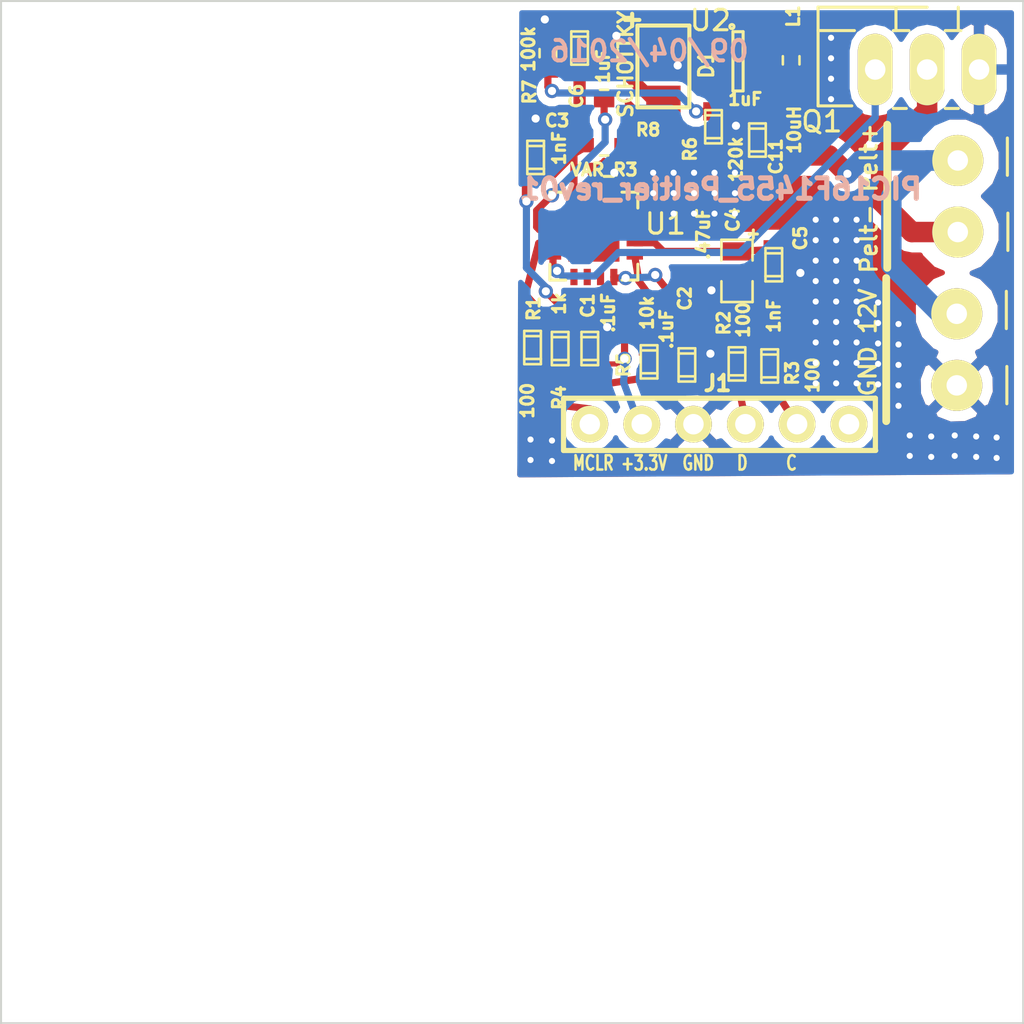
<source format=kicad_pcb>
(kicad_pcb (version 4) (host pcbnew 4.0.3+e1-6302~38~ubuntu14.04.1-stable)

  (general
    (links 117)
    (no_connects 0)
    (area 135.949999 54.949999 186.050001 105.050001)
    (thickness 1.6)
    (drawings 9)
    (tracks 169)
    (zones 0)
    (modules 92)
    (nets 17)
  )

  (page A)
  (layers
    (0 F.Cu signal)
    (31 B.Cu signal)
    (32 B.Adhes user)
    (33 F.Adhes user)
    (34 B.Paste user)
    (35 F.Paste user)
    (36 B.SilkS user)
    (37 F.SilkS user)
    (38 B.Mask user)
    (39 F.Mask user)
    (40 Dwgs.User user)
    (41 Cmts.User user)
    (42 Eco1.User user)
    (43 Eco2.User user)
    (44 Edge.Cuts user)
  )

  (setup
    (last_trace_width 0.35)
    (user_trace_width 0.1)
    (user_trace_width 0.2)
    (user_trace_width 0.25)
    (user_trace_width 0.3)
    (user_trace_width 0.35)
    (user_trace_width 0.4)
    (user_trace_width 0.5)
    (user_trace_width 0.6)
    (user_trace_width 0.8)
    (user_trace_width 1)
    (user_trace_width 2)
    (user_trace_width 3)
    (trace_clearance 0.08)
    (zone_clearance 0.5)
    (zone_45_only no)
    (trace_min 0.1)
    (segment_width 0.2)
    (edge_width 0.1)
    (via_size 0.7)
    (via_drill 0.4)
    (via_min_size 0.7)
    (via_min_drill 0.4)
    (uvia_size 0.4)
    (uvia_drill 0.127)
    (uvias_allowed no)
    (uvia_min_size 0.4)
    (uvia_min_drill 0.127)
    (pcb_text_width 0.3)
    (pcb_text_size 1.5 1.5)
    (mod_edge_width 0.15)
    (mod_text_size 1 1)
    (mod_text_width 0.15)
    (pad_size 0.6 0.6)
    (pad_drill 0.3)
    (pad_to_mask_clearance 0)
    (pad_to_paste_clearance_ratio -0.1)
    (aux_axis_origin 0 0)
    (visible_elements 7FFFFFFF)
    (pcbplotparams
      (layerselection 0x00030_80000001)
      (usegerberextensions true)
      (excludeedgelayer true)
      (linewidth 0.150000)
      (plotframeref false)
      (viasonmask false)
      (mode 1)
      (useauxorigin false)
      (hpglpennumber 1)
      (hpglpenspeed 20)
      (hpglpendiameter 15)
      (hpglpenoverlay 2)
      (psnegative false)
      (psa4output false)
      (plotreference true)
      (plotvalue true)
      (plotinvisibletext false)
      (padsonsilk false)
      (subtractmaskfromsilk false)
      (outputformat 1)
      (mirror false)
      (drillshape 0)
      (scaleselection 1)
      (outputdirectory ""))
  )

  (net 0 "")
  (net 1 GND)
  (net 2 VDD)
  (net 3 ~MCLR~)
  (net 4 "Net-(C2-Pad1)")
  (net 5 "Net-(C4-Pad1)")
  (net 6 "Net-(J1-Pad5)")
  (net 7 "Net-(J1-Pad1)")
  (net 8 "Net-(J1-Pad4)")
  (net 9 ICSPDAT)
  (net 10 ICSPCLK)
  (net 11 VCC)
  (net 12 "Net-(D1-Pad2)")
  (net 13 Pelt_Switched)
  (net 14 PWM)
  (net 15 "Net-(R6-Pad2)")
  (net 16 "Net-(R8-Pad2)")

  (net_class Default "This is the default net class."
    (clearance 0.08)
    (trace_width 0.25)
    (via_dia 0.7)
    (via_drill 0.4)
    (uvia_dia 0.4)
    (uvia_drill 0.127)
    (add_net GND)
    (add_net ICSPCLK)
    (add_net ICSPDAT)
    (add_net "Net-(C2-Pad1)")
    (add_net "Net-(C4-Pad1)")
    (add_net "Net-(D1-Pad2)")
    (add_net "Net-(J1-Pad1)")
    (add_net "Net-(J1-Pad4)")
    (add_net "Net-(J1-Pad5)")
    (add_net "Net-(R6-Pad2)")
    (add_net "Net-(R8-Pad2)")
    (add_net PWM)
    (add_net Pelt_Switched)
    (add_net VCC)
    (add_net VDD)
    (add_net ~MCLR~)
  )

  (module ted_connectors:VIA-0.6mm (layer F.Cu) (tedit 57CCAEE0) (tstamp 57CCB070)
    (at 161.9 76.45)
    (fp_text reference REF** (at 0 0.5) (layer F.SilkS) hide
      (effects (font (size 0.127 0.127) (thickness 0.001)))
    )
    (fp_text value VIA-0.6mm (at 0 -0.5) (layer F.Fab) hide
      (effects (font (size 0.127 0.127) (thickness 0.001)))
    )
    (pad 1 thru_hole circle (at 0 0) (size 0.6 0.6) (drill 0.3) (layers *.Cu)
      (net 1 GND) (zone_connect 2))
  )

  (module ted_connectors:VIA-0.6mm (layer F.Cu) (tedit 57CCAEE0) (tstamp 57CCB06C)
    (at 161.9 77.45)
    (fp_text reference REF** (at 0 0.5) (layer F.SilkS) hide
      (effects (font (size 0.127 0.127) (thickness 0.001)))
    )
    (fp_text value VIA-0.6mm (at 0 -0.5) (layer F.Fab) hide
      (effects (font (size 0.127 0.127) (thickness 0.001)))
    )
    (pad 1 thru_hole circle (at 0 0) (size 0.6 0.6) (drill 0.3) (layers *.Cu)
      (net 1 GND) (zone_connect 2))
  )

  (module ted_connectors:VIA-0.6mm (layer F.Cu) (tedit 57CCAEE0) (tstamp 57CCB068)
    (at 162.95 77.5)
    (fp_text reference REF** (at 0 0.5) (layer F.SilkS) hide
      (effects (font (size 0.127 0.127) (thickness 0.001)))
    )
    (fp_text value VIA-0.6mm (at 0 -0.5) (layer F.Fab) hide
      (effects (font (size 0.127 0.127) (thickness 0.001)))
    )
    (pad 1 thru_hole circle (at 0 0) (size 0.6 0.6) (drill 0.3) (layers *.Cu)
      (net 1 GND) (zone_connect 2))
  )

  (module ted_connectors:VIA-0.6mm (layer F.Cu) (tedit 57CCAEE0) (tstamp 57CCB064)
    (at 162.95 76.5)
    (fp_text reference REF** (at 0 0.5) (layer F.SilkS) hide
      (effects (font (size 0.127 0.127) (thickness 0.001)))
    )
    (fp_text value VIA-0.6mm (at 0 -0.5) (layer F.Fab) hide
      (effects (font (size 0.127 0.127) (thickness 0.001)))
    )
    (pad 1 thru_hole circle (at 0 0) (size 0.6 0.6) (drill 0.3) (layers *.Cu)
      (net 1 GND) (zone_connect 2))
  )

  (module ted_connectors:VIA-0.6mm (layer F.Cu) (tedit 57CCAEE0) (tstamp 57CCB060)
    (at 181.5 76.3)
    (fp_text reference REF** (at 0 0.5) (layer F.SilkS) hide
      (effects (font (size 0.127 0.127) (thickness 0.001)))
    )
    (fp_text value VIA-0.6mm (at 0 -0.5) (layer F.Fab) hide
      (effects (font (size 0.127 0.127) (thickness 0.001)))
    )
    (pad 1 thru_hole circle (at 0 0) (size 0.6 0.6) (drill 0.3) (layers *.Cu)
      (net 1 GND) (zone_connect 2))
  )

  (module ted_connectors:VIA-0.6mm (layer F.Cu) (tedit 57CCAEE0) (tstamp 57CCB05C)
    (at 181.5 77.3)
    (fp_text reference REF** (at 0 0.5) (layer F.SilkS) hide
      (effects (font (size 0.127 0.127) (thickness 0.001)))
    )
    (fp_text value VIA-0.6mm (at 0 -0.5) (layer F.Fab) hide
      (effects (font (size 0.127 0.127) (thickness 0.001)))
    )
    (pad 1 thru_hole circle (at 0 0) (size 0.6 0.6) (drill 0.3) (layers *.Cu)
      (net 1 GND) (zone_connect 2))
  )

  (module ted_connectors:VIA-0.6mm (layer F.Cu) (tedit 57CCAEE0) (tstamp 57CCB058)
    (at 180.45 77.25)
    (fp_text reference REF** (at 0 0.5) (layer F.SilkS) hide
      (effects (font (size 0.127 0.127) (thickness 0.001)))
    )
    (fp_text value VIA-0.6mm (at 0 -0.5) (layer F.Fab) hide
      (effects (font (size 0.127 0.127) (thickness 0.001)))
    )
    (pad 1 thru_hole circle (at 0 0) (size 0.6 0.6) (drill 0.3) (layers *.Cu)
      (net 1 GND) (zone_connect 2))
  )

  (module ted_connectors:VIA-0.6mm (layer F.Cu) (tedit 57CCAEE0) (tstamp 57CCB054)
    (at 180.45 76.25)
    (fp_text reference REF** (at 0 0.5) (layer F.SilkS) hide
      (effects (font (size 0.127 0.127) (thickness 0.001)))
    )
    (fp_text value VIA-0.6mm (at 0 -0.5) (layer F.Fab) hide
      (effects (font (size 0.127 0.127) (thickness 0.001)))
    )
    (pad 1 thru_hole circle (at 0 0) (size 0.6 0.6) (drill 0.3) (layers *.Cu)
      (net 1 GND) (zone_connect 2))
  )

  (module ted_connectors:VIA-0.6mm (layer F.Cu) (tedit 57CCAEE0) (tstamp 57CCB050)
    (at 182.65 76.25)
    (fp_text reference REF** (at 0 0.5) (layer F.SilkS) hide
      (effects (font (size 0.127 0.127) (thickness 0.001)))
    )
    (fp_text value VIA-0.6mm (at 0 -0.5) (layer F.Fab) hide
      (effects (font (size 0.127 0.127) (thickness 0.001)))
    )
    (pad 1 thru_hole circle (at 0 0) (size 0.6 0.6) (drill 0.3) (layers *.Cu)
      (net 1 GND) (zone_connect 2))
  )

  (module ted_connectors:VIA-0.6mm (layer F.Cu) (tedit 57CCAEE0) (tstamp 57CCB04C)
    (at 182.65 77.25)
    (fp_text reference REF** (at 0 0.5) (layer F.SilkS) hide
      (effects (font (size 0.127 0.127) (thickness 0.001)))
    )
    (fp_text value VIA-0.6mm (at 0 -0.5) (layer F.Fab) hide
      (effects (font (size 0.127 0.127) (thickness 0.001)))
    )
    (pad 1 thru_hole circle (at 0 0) (size 0.6 0.6) (drill 0.3) (layers *.Cu)
      (net 1 GND) (zone_connect 2))
  )

  (module ted_connectors:VIA-0.6mm (layer F.Cu) (tedit 57CCAEE0) (tstamp 57CCB048)
    (at 183.7 77.3)
    (fp_text reference REF** (at 0 0.5) (layer F.SilkS) hide
      (effects (font (size 0.127 0.127) (thickness 0.001)))
    )
    (fp_text value VIA-0.6mm (at 0 -0.5) (layer F.Fab) hide
      (effects (font (size 0.127 0.127) (thickness 0.001)))
    )
    (pad 1 thru_hole circle (at 0 0) (size 0.6 0.6) (drill 0.3) (layers *.Cu)
      (net 1 GND) (zone_connect 2))
  )

  (module ted_connectors:VIA-0.6mm (layer F.Cu) (tedit 57CCAEE0) (tstamp 57CCB044)
    (at 183.7 76.3)
    (fp_text reference REF** (at 0 0.5) (layer F.SilkS) hide
      (effects (font (size 0.127 0.127) (thickness 0.001)))
    )
    (fp_text value VIA-0.6mm (at 0 -0.5) (layer F.Fab) hide
      (effects (font (size 0.127 0.127) (thickness 0.001)))
    )
    (pad 1 thru_hole circle (at 0 0) (size 0.6 0.6) (drill 0.3) (layers *.Cu)
      (net 1 GND) (zone_connect 2))
  )

  (module ted_connectors:VIA-0.6mm (layer F.Cu) (tedit 57CCAEE0) (tstamp 57CCB040)
    (at 184.7 76.35)
    (fp_text reference REF** (at 0 0.5) (layer F.SilkS) hide
      (effects (font (size 0.127 0.127) (thickness 0.001)))
    )
    (fp_text value VIA-0.6mm (at 0 -0.5) (layer F.Fab) hide
      (effects (font (size 0.127 0.127) (thickness 0.001)))
    )
    (pad 1 thru_hole circle (at 0 0) (size 0.6 0.6) (drill 0.3) (layers *.Cu)
      (net 1 GND) (zone_connect 2))
  )

  (module ted_connectors:VIA-0.6mm (layer F.Cu) (tedit 57CCAEE0) (tstamp 57CCB03C)
    (at 184.7 77.35)
    (fp_text reference REF** (at 0 0.5) (layer F.SilkS) hide
      (effects (font (size 0.127 0.127) (thickness 0.001)))
    )
    (fp_text value VIA-0.6mm (at 0 -0.5) (layer F.Fab) hide
      (effects (font (size 0.127 0.127) (thickness 0.001)))
    )
    (pad 1 thru_hole circle (at 0 0) (size 0.6 0.6) (drill 0.3) (layers *.Cu)
      (net 1 GND) (zone_connect 2))
  )

  (module ted_connectors:VIA-0.6mm (layer F.Cu) (tedit 57CCAEE0) (tstamp 57CCB038)
    (at 179.9 74.8)
    (fp_text reference REF** (at 0 0.5) (layer F.SilkS) hide
      (effects (font (size 0.127 0.127) (thickness 0.001)))
    )
    (fp_text value VIA-0.6mm (at 0 -0.5) (layer F.Fab) hide
      (effects (font (size 0.127 0.127) (thickness 0.001)))
    )
    (pad 1 thru_hole circle (at 0 0) (size 0.6 0.6) (drill 0.3) (layers *.Cu)
      (net 1 GND) (zone_connect 2))
  )

  (module ted_connectors:VIA-0.6mm (layer F.Cu) (tedit 57CCAEE0) (tstamp 57CCB034)
    (at 179.9 73.8)
    (fp_text reference REF** (at 0 0.5) (layer F.SilkS) hide
      (effects (font (size 0.127 0.127) (thickness 0.001)))
    )
    (fp_text value VIA-0.6mm (at 0 -0.5) (layer F.Fab) hide
      (effects (font (size 0.127 0.127) (thickness 0.001)))
    )
    (pad 1 thru_hole circle (at 0 0) (size 0.6 0.6) (drill 0.3) (layers *.Cu)
      (net 1 GND) (zone_connect 2))
  )

  (module ted_connectors:VIA-0.6mm (layer F.Cu) (tedit 57CCAEE0) (tstamp 57CCB030)
    (at 179.9 72.8)
    (fp_text reference REF** (at 0 0.5) (layer F.SilkS) hide
      (effects (font (size 0.127 0.127) (thickness 0.001)))
    )
    (fp_text value VIA-0.6mm (at 0 -0.5) (layer F.Fab) hide
      (effects (font (size 0.127 0.127) (thickness 0.001)))
    )
    (pad 1 thru_hole circle (at 0 0) (size 0.6 0.6) (drill 0.3) (layers *.Cu)
      (net 1 GND) (zone_connect 2))
  )

  (module ted_connectors:VIA-0.6mm (layer F.Cu) (tedit 57CCAEE0) (tstamp 57CCB02C)
    (at 179.9 71.8)
    (fp_text reference REF** (at 0 0.5) (layer F.SilkS) hide
      (effects (font (size 0.127 0.127) (thickness 0.001)))
    )
    (fp_text value VIA-0.6mm (at 0 -0.5) (layer F.Fab) hide
      (effects (font (size 0.127 0.127) (thickness 0.001)))
    )
    (pad 1 thru_hole circle (at 0 0) (size 0.6 0.6) (drill 0.3) (layers *.Cu)
      (net 1 GND) (zone_connect 2))
  )

  (module ted_connectors:VIA-0.6mm (layer F.Cu) (tedit 57CCAEE0) (tstamp 57CCB028)
    (at 179.9 70.8)
    (fp_text reference REF** (at 0 0.5) (layer F.SilkS) hide
      (effects (font (size 0.127 0.127) (thickness 0.001)))
    )
    (fp_text value VIA-0.6mm (at 0 -0.5) (layer F.Fab) hide
      (effects (font (size 0.127 0.127) (thickness 0.001)))
    )
    (pad 1 thru_hole circle (at 0 0) (size 0.6 0.6) (drill 0.3) (layers *.Cu)
      (net 1 GND) (zone_connect 2))
  )

  (module ted_connectors:VIA-0.6mm (layer F.Cu) (tedit 57CCAEE0) (tstamp 57CCB024)
    (at 178.9 69.75)
    (fp_text reference REF** (at 0 0.5) (layer F.SilkS) hide
      (effects (font (size 0.127 0.127) (thickness 0.001)))
    )
    (fp_text value VIA-0.6mm (at 0 -0.5) (layer F.Fab) hide
      (effects (font (size 0.127 0.127) (thickness 0.001)))
    )
    (pad 1 thru_hole circle (at 0 0) (size 0.6 0.6) (drill 0.3) (layers *.Cu)
      (net 1 GND) (zone_connect 2))
  )

  (module ted_connectors:VIA-0.6mm (layer F.Cu) (tedit 57CCAEE0) (tstamp 57CCB020)
    (at 178.9 70.75)
    (fp_text reference REF** (at 0 0.5) (layer F.SilkS) hide
      (effects (font (size 0.127 0.127) (thickness 0.001)))
    )
    (fp_text value VIA-0.6mm (at 0 -0.5) (layer F.Fab) hide
      (effects (font (size 0.127 0.127) (thickness 0.001)))
    )
    (pad 1 thru_hole circle (at 0 0) (size 0.6 0.6) (drill 0.3) (layers *.Cu)
      (net 1 GND) (zone_connect 2))
  )

  (module ted_connectors:VIA-0.6mm (layer F.Cu) (tedit 57CCAEE0) (tstamp 57CCB01C)
    (at 178.9 71.75)
    (fp_text reference REF** (at 0 0.5) (layer F.SilkS) hide
      (effects (font (size 0.127 0.127) (thickness 0.001)))
    )
    (fp_text value VIA-0.6mm (at 0 -0.5) (layer F.Fab) hide
      (effects (font (size 0.127 0.127) (thickness 0.001)))
    )
    (pad 1 thru_hole circle (at 0 0) (size 0.6 0.6) (drill 0.3) (layers *.Cu)
      (net 1 GND) (zone_connect 2))
  )

  (module ted_connectors:VIA-0.6mm (layer F.Cu) (tedit 57CCAEE0) (tstamp 57CCB018)
    (at 178.9 72.75)
    (fp_text reference REF** (at 0 0.5) (layer F.SilkS) hide
      (effects (font (size 0.127 0.127) (thickness 0.001)))
    )
    (fp_text value VIA-0.6mm (at 0 -0.5) (layer F.Fab) hide
      (effects (font (size 0.127 0.127) (thickness 0.001)))
    )
    (pad 1 thru_hole circle (at 0 0) (size 0.6 0.6) (drill 0.3) (layers *.Cu)
      (net 1 GND) (zone_connect 2))
  )

  (module ted_connectors:VIA-0.6mm (layer F.Cu) (tedit 57CCAEE0) (tstamp 57CCB014)
    (at 178.9 73.75)
    (fp_text reference REF** (at 0 0.5) (layer F.SilkS) hide
      (effects (font (size 0.127 0.127) (thickness 0.001)))
    )
    (fp_text value VIA-0.6mm (at 0 -0.5) (layer F.Fab) hide
      (effects (font (size 0.127 0.127) (thickness 0.001)))
    )
    (pad 1 thru_hole circle (at 0 0) (size 0.6 0.6) (drill 0.3) (layers *.Cu)
      (net 1 GND) (zone_connect 2))
  )

  (module ted_connectors:VIA-0.6mm (layer F.Cu) (tedit 57CCAEE0) (tstamp 57CCB010)
    (at 176.6 56.8)
    (fp_text reference REF** (at 0 0.5) (layer F.SilkS) hide
      (effects (font (size 0.127 0.127) (thickness 0.001)))
    )
    (fp_text value VIA-0.6mm (at 0 -0.5) (layer F.Fab) hide
      (effects (font (size 0.127 0.127) (thickness 0.001)))
    )
    (pad 1 thru_hole circle (at 0 0) (size 0.6 0.6) (drill 0.3) (layers *.Cu)
      (net 1 GND) (zone_connect 2))
  )

  (module ted_connectors:VIA-0.6mm (layer F.Cu) (tedit 57CCAEE0) (tstamp 57CCB00C)
    (at 176.6 57.8)
    (fp_text reference REF** (at 0 0.5) (layer F.SilkS) hide
      (effects (font (size 0.127 0.127) (thickness 0.001)))
    )
    (fp_text value VIA-0.6mm (at 0 -0.5) (layer F.Fab) hide
      (effects (font (size 0.127 0.127) (thickness 0.001)))
    )
    (pad 1 thru_hole circle (at 0 0) (size 0.6 0.6) (drill 0.3) (layers *.Cu)
      (net 1 GND) (zone_connect 2))
  )

  (module ted_connectors:VIA-0.6mm (layer F.Cu) (tedit 57CCAEE0) (tstamp 57CCB008)
    (at 176.6 58.8)
    (fp_text reference REF** (at 0 0.5) (layer F.SilkS) hide
      (effects (font (size 0.127 0.127) (thickness 0.001)))
    )
    (fp_text value VIA-0.6mm (at 0 -0.5) (layer F.Fab) hide
      (effects (font (size 0.127 0.127) (thickness 0.001)))
    )
    (pad 1 thru_hole circle (at 0 0) (size 0.6 0.6) (drill 0.3) (layers *.Cu)
      (net 1 GND) (zone_connect 2))
  )

  (module ted_connectors:VIA-0.6mm (layer F.Cu) (tedit 57CCAEE0) (tstamp 57CCB004)
    (at 176.6 59.8)
    (fp_text reference REF** (at 0 0.5) (layer F.SilkS) hide
      (effects (font (size 0.127 0.127) (thickness 0.001)))
    )
    (fp_text value VIA-0.6mm (at 0 -0.5) (layer F.Fab) hide
      (effects (font (size 0.127 0.127) (thickness 0.001)))
    )
    (pad 1 thru_hole circle (at 0 0) (size 0.6 0.6) (drill 0.3) (layers *.Cu)
      (net 1 GND) (zone_connect 2))
  )

  (module ted_connectors:VIA-0.6mm (layer F.Cu) (tedit 57CCAEE0) (tstamp 57CCB000)
    (at 177.85 73.7)
    (fp_text reference REF** (at 0 0.5) (layer F.SilkS) hide
      (effects (font (size 0.127 0.127) (thickness 0.001)))
    )
    (fp_text value VIA-0.6mm (at 0 -0.5) (layer F.Fab) hide
      (effects (font (size 0.127 0.127) (thickness 0.001)))
    )
    (pad 1 thru_hole circle (at 0 0) (size 0.6 0.6) (drill 0.3) (layers *.Cu)
      (net 1 GND) (zone_connect 2))
  )

  (module ted_connectors:VIA-0.6mm (layer F.Cu) (tedit 57CCAEE0) (tstamp 57CCAFFC)
    (at 176.85 73.7)
    (fp_text reference REF** (at 0 0.5) (layer F.SilkS) hide
      (effects (font (size 0.127 0.127) (thickness 0.001)))
    )
    (fp_text value VIA-0.6mm (at 0 -0.5) (layer F.Fab) hide
      (effects (font (size 0.127 0.127) (thickness 0.001)))
    )
    (pad 1 thru_hole circle (at 0 0) (size 0.6 0.6) (drill 0.3) (layers *.Cu)
      (net 1 GND) (zone_connect 2))
  )

  (module ted_connectors:VIA-0.6mm (layer F.Cu) (tedit 57CCAEE0) (tstamp 57CCAFF8)
    (at 175.85 73.7)
    (fp_text reference REF** (at 0 0.5) (layer F.SilkS) hide
      (effects (font (size 0.127 0.127) (thickness 0.001)))
    )
    (fp_text value VIA-0.6mm (at 0 -0.5) (layer F.Fab) hide
      (effects (font (size 0.127 0.127) (thickness 0.001)))
    )
    (pad 1 thru_hole circle (at 0 0) (size 0.6 0.6) (drill 0.3) (layers *.Cu)
      (net 1 GND) (zone_connect 2))
  )

  (module ted_connectors:VIA-0.6mm (layer F.Cu) (tedit 57CCAEE0) (tstamp 57CCAFF4)
    (at 177.85 72.7)
    (fp_text reference REF** (at 0 0.5) (layer F.SilkS) hide
      (effects (font (size 0.127 0.127) (thickness 0.001)))
    )
    (fp_text value VIA-0.6mm (at 0 -0.5) (layer F.Fab) hide
      (effects (font (size 0.127 0.127) (thickness 0.001)))
    )
    (pad 1 thru_hole circle (at 0 0) (size 0.6 0.6) (drill 0.3) (layers *.Cu)
      (net 1 GND) (zone_connect 2))
  )

  (module ted_connectors:VIA-0.6mm (layer F.Cu) (tedit 57CCAEE0) (tstamp 57CCAFF0)
    (at 176.85 72.7)
    (fp_text reference REF** (at 0 0.5) (layer F.SilkS) hide
      (effects (font (size 0.127 0.127) (thickness 0.001)))
    )
    (fp_text value VIA-0.6mm (at 0 -0.5) (layer F.Fab) hide
      (effects (font (size 0.127 0.127) (thickness 0.001)))
    )
    (pad 1 thru_hole circle (at 0 0) (size 0.6 0.6) (drill 0.3) (layers *.Cu)
      (net 1 GND) (zone_connect 2))
  )

  (module ted_connectors:VIA-0.6mm (layer F.Cu) (tedit 57CCAEE0) (tstamp 57CCAFEC)
    (at 175.85 72.7)
    (fp_text reference REF** (at 0 0.5) (layer F.SilkS) hide
      (effects (font (size 0.127 0.127) (thickness 0.001)))
    )
    (fp_text value VIA-0.6mm (at 0 -0.5) (layer F.Fab) hide
      (effects (font (size 0.127 0.127) (thickness 0.001)))
    )
    (pad 1 thru_hole circle (at 0 0) (size 0.6 0.6) (drill 0.3) (layers *.Cu)
      (net 1 GND) (zone_connect 2))
  )

  (module ted_connectors:VIA-0.6mm (layer F.Cu) (tedit 57CCAEE0) (tstamp 57CCAFE8)
    (at 177.85 71.7)
    (fp_text reference REF** (at 0 0.5) (layer F.SilkS) hide
      (effects (font (size 0.127 0.127) (thickness 0.001)))
    )
    (fp_text value VIA-0.6mm (at 0 -0.5) (layer F.Fab) hide
      (effects (font (size 0.127 0.127) (thickness 0.001)))
    )
    (pad 1 thru_hole circle (at 0 0) (size 0.6 0.6) (drill 0.3) (layers *.Cu)
      (net 1 GND) (zone_connect 2))
  )

  (module ted_connectors:VIA-0.6mm (layer F.Cu) (tedit 57CCAEE0) (tstamp 57CCAFE4)
    (at 176.85 71.7)
    (fp_text reference REF** (at 0 0.5) (layer F.SilkS) hide
      (effects (font (size 0.127 0.127) (thickness 0.001)))
    )
    (fp_text value VIA-0.6mm (at 0 -0.5) (layer F.Fab) hide
      (effects (font (size 0.127 0.127) (thickness 0.001)))
    )
    (pad 1 thru_hole circle (at 0 0) (size 0.6 0.6) (drill 0.3) (layers *.Cu)
      (net 1 GND) (zone_connect 2))
  )

  (module ted_connectors:VIA-0.6mm (layer F.Cu) (tedit 57CCAEE0) (tstamp 57CCAFE0)
    (at 175.85 71.7)
    (fp_text reference REF** (at 0 0.5) (layer F.SilkS) hide
      (effects (font (size 0.127 0.127) (thickness 0.001)))
    )
    (fp_text value VIA-0.6mm (at 0 -0.5) (layer F.Fab) hide
      (effects (font (size 0.127 0.127) (thickness 0.001)))
    )
    (pad 1 thru_hole circle (at 0 0) (size 0.6 0.6) (drill 0.3) (layers *.Cu)
      (net 1 GND) (zone_connect 2))
  )

  (module ted_connectors:VIA-0.6mm (layer F.Cu) (tedit 57CCAEE0) (tstamp 57CCAFDC)
    (at 177.85 70.7)
    (fp_text reference REF** (at 0 0.5) (layer F.SilkS) hide
      (effects (font (size 0.127 0.127) (thickness 0.001)))
    )
    (fp_text value VIA-0.6mm (at 0 -0.5) (layer F.Fab) hide
      (effects (font (size 0.127 0.127) (thickness 0.001)))
    )
    (pad 1 thru_hole circle (at 0 0) (size 0.6 0.6) (drill 0.3) (layers *.Cu)
      (net 1 GND) (zone_connect 2))
  )

  (module ted_connectors:VIA-0.6mm (layer F.Cu) (tedit 57CCAEE0) (tstamp 57CCAFD8)
    (at 176.85 70.7)
    (fp_text reference REF** (at 0 0.5) (layer F.SilkS) hide
      (effects (font (size 0.127 0.127) (thickness 0.001)))
    )
    (fp_text value VIA-0.6mm (at 0 -0.5) (layer F.Fab) hide
      (effects (font (size 0.127 0.127) (thickness 0.001)))
    )
    (pad 1 thru_hole circle (at 0 0) (size 0.6 0.6) (drill 0.3) (layers *.Cu)
      (net 1 GND) (zone_connect 2))
  )

  (module ted_connectors:VIA-0.6mm (layer F.Cu) (tedit 57CCAEE0) (tstamp 57CCAFD4)
    (at 175.85 70.7)
    (fp_text reference REF** (at 0 0.5) (layer F.SilkS) hide
      (effects (font (size 0.127 0.127) (thickness 0.001)))
    )
    (fp_text value VIA-0.6mm (at 0 -0.5) (layer F.Fab) hide
      (effects (font (size 0.127 0.127) (thickness 0.001)))
    )
    (pad 1 thru_hole circle (at 0 0) (size 0.6 0.6) (drill 0.3) (layers *.Cu)
      (net 1 GND) (zone_connect 2))
  )

  (module ted_connectors:VIA-0.6mm (layer F.Cu) (tedit 57CCAEE0) (tstamp 57CCAFD0)
    (at 177.85 69.7)
    (fp_text reference REF** (at 0 0.5) (layer F.SilkS) hide
      (effects (font (size 0.127 0.127) (thickness 0.001)))
    )
    (fp_text value VIA-0.6mm (at 0 -0.5) (layer F.Fab) hide
      (effects (font (size 0.127 0.127) (thickness 0.001)))
    )
    (pad 1 thru_hole circle (at 0 0) (size 0.6 0.6) (drill 0.3) (layers *.Cu)
      (net 1 GND) (zone_connect 2))
  )

  (module ted_connectors:VIA-0.6mm (layer F.Cu) (tedit 57CCAEE0) (tstamp 57CCAFCC)
    (at 176.85 69.7)
    (fp_text reference REF** (at 0 0.5) (layer F.SilkS) hide
      (effects (font (size 0.127 0.127) (thickness 0.001)))
    )
    (fp_text value VIA-0.6mm (at 0 -0.5) (layer F.Fab) hide
      (effects (font (size 0.127 0.127) (thickness 0.001)))
    )
    (pad 1 thru_hole circle (at 0 0) (size 0.6 0.6) (drill 0.3) (layers *.Cu)
      (net 1 GND) (zone_connect 2))
  )

  (module ted_connectors:VIA-0.6mm (layer F.Cu) (tedit 57CCAEE0) (tstamp 57CCAFC8)
    (at 175.85 69.7)
    (fp_text reference REF** (at 0 0.5) (layer F.SilkS) hide
      (effects (font (size 0.127 0.127) (thickness 0.001)))
    )
    (fp_text value VIA-0.6mm (at 0 -0.5) (layer F.Fab) hide
      (effects (font (size 0.127 0.127) (thickness 0.001)))
    )
    (pad 1 thru_hole circle (at 0 0) (size 0.6 0.6) (drill 0.3) (layers *.Cu)
      (net 1 GND) (zone_connect 2))
  )

  (module ted_connectors:VIA-0.6mm (layer F.Cu) (tedit 57CCAEE0) (tstamp 57CCAFC4)
    (at 177.85 68.7)
    (fp_text reference REF** (at 0 0.5) (layer F.SilkS) hide
      (effects (font (size 0.127 0.127) (thickness 0.001)))
    )
    (fp_text value VIA-0.6mm (at 0 -0.5) (layer F.Fab) hide
      (effects (font (size 0.127 0.127) (thickness 0.001)))
    )
    (pad 1 thru_hole circle (at 0 0) (size 0.6 0.6) (drill 0.3) (layers *.Cu)
      (net 1 GND) (zone_connect 2))
  )

  (module ted_connectors:VIA-0.6mm (layer F.Cu) (tedit 57CCAEE0) (tstamp 57CCAFC0)
    (at 176.85 68.7)
    (fp_text reference REF** (at 0 0.5) (layer F.SilkS) hide
      (effects (font (size 0.127 0.127) (thickness 0.001)))
    )
    (fp_text value VIA-0.6mm (at 0 -0.5) (layer F.Fab) hide
      (effects (font (size 0.127 0.127) (thickness 0.001)))
    )
    (pad 1 thru_hole circle (at 0 0) (size 0.6 0.6) (drill 0.3) (layers *.Cu)
      (net 1 GND) (zone_connect 2))
  )

  (module ted_connectors:VIA-0.6mm (layer F.Cu) (tedit 57CCAEE0) (tstamp 57CCAFBC)
    (at 175.85 68.7)
    (fp_text reference REF** (at 0 0.5) (layer F.SilkS) hide
      (effects (font (size 0.127 0.127) (thickness 0.001)))
    )
    (fp_text value VIA-0.6mm (at 0 -0.5) (layer F.Fab) hide
      (effects (font (size 0.127 0.127) (thickness 0.001)))
    )
    (pad 1 thru_hole circle (at 0 0) (size 0.6 0.6) (drill 0.3) (layers *.Cu)
      (net 1 GND) (zone_connect 2))
  )

  (module ted_connectors:VIA-0.6mm (layer F.Cu) (tedit 57CCAEE0) (tstamp 57CCAFB8)
    (at 177.85 67.7)
    (fp_text reference REF** (at 0 0.5) (layer F.SilkS) hide
      (effects (font (size 0.127 0.127) (thickness 0.001)))
    )
    (fp_text value VIA-0.6mm (at 0 -0.5) (layer F.Fab) hide
      (effects (font (size 0.127 0.127) (thickness 0.001)))
    )
    (pad 1 thru_hole circle (at 0 0) (size 0.6 0.6) (drill 0.3) (layers *.Cu)
      (net 1 GND) (zone_connect 2))
  )

  (module ted_connectors:VIA-0.6mm (layer F.Cu) (tedit 57CCAEE0) (tstamp 57CCAFB4)
    (at 176.85 67.7)
    (fp_text reference REF** (at 0 0.5) (layer F.SilkS) hide
      (effects (font (size 0.127 0.127) (thickness 0.001)))
    )
    (fp_text value VIA-0.6mm (at 0 -0.5) (layer F.Fab) hide
      (effects (font (size 0.127 0.127) (thickness 0.001)))
    )
    (pad 1 thru_hole circle (at 0 0) (size 0.6 0.6) (drill 0.3) (layers *.Cu)
      (net 1 GND) (zone_connect 2))
  )

  (module ted_connectors:VIA-0.6mm (layer F.Cu) (tedit 57CCAEE0) (tstamp 57CCAFB0)
    (at 175.85 67.7)
    (fp_text reference REF** (at 0 0.5) (layer F.SilkS) hide
      (effects (font (size 0.127 0.127) (thickness 0.001)))
    )
    (fp_text value VIA-0.6mm (at 0 -0.5) (layer F.Fab) hide
      (effects (font (size 0.127 0.127) (thickness 0.001)))
    )
    (pad 1 thru_hole circle (at 0 0) (size 0.6 0.6) (drill 0.3) (layers *.Cu)
      (net 1 GND) (zone_connect 2))
  )

  (module ted_connectors:VIA-0.6mm (layer F.Cu) (tedit 57CCAEE0) (tstamp 57CCAFAC)
    (at 177.85 66.7)
    (fp_text reference REF** (at 0 0.5) (layer F.SilkS) hide
      (effects (font (size 0.127 0.127) (thickness 0.001)))
    )
    (fp_text value VIA-0.6mm (at 0 -0.5) (layer F.Fab) hide
      (effects (font (size 0.127 0.127) (thickness 0.001)))
    )
    (pad 1 thru_hole circle (at 0 0) (size 0.6 0.6) (drill 0.3) (layers *.Cu)
      (net 1 GND) (zone_connect 2))
  )

  (module ted_connectors:VIA-0.6mm (layer F.Cu) (tedit 57CCAEE0) (tstamp 57CCAFA8)
    (at 176.85 66.7)
    (fp_text reference REF** (at 0 0.5) (layer F.SilkS) hide
      (effects (font (size 0.127 0.127) (thickness 0.001)))
    )
    (fp_text value VIA-0.6mm (at 0 -0.5) (layer F.Fab) hide
      (effects (font (size 0.127 0.127) (thickness 0.001)))
    )
    (pad 1 thru_hole circle (at 0 0) (size 0.6 0.6) (drill 0.3) (layers *.Cu)
      (net 1 GND) (zone_connect 2))
  )

  (module ted_connectors:VIA-0.6mm (layer F.Cu) (tedit 57CCAEE0) (tstamp 57CCAFA4)
    (at 175.85 66.7)
    (fp_text reference REF** (at 0 0.5) (layer F.SilkS) hide
      (effects (font (size 0.127 0.127) (thickness 0.001)))
    )
    (fp_text value VIA-0.6mm (at 0 -0.5) (layer F.Fab) hide
      (effects (font (size 0.127 0.127) (thickness 0.001)))
    )
    (pad 1 thru_hole circle (at 0 0) (size 0.6 0.6) (drill 0.3) (layers *.Cu)
      (net 1 GND) (zone_connect 2))
  )

  (module ted_connectors:VIA-0.6mm (layer F.Cu) (tedit 57CCAEE0) (tstamp 57CCAFA0)
    (at 177.85 65.7)
    (fp_text reference REF** (at 0 0.5) (layer F.SilkS) hide
      (effects (font (size 0.127 0.127) (thickness 0.001)))
    )
    (fp_text value VIA-0.6mm (at 0 -0.5) (layer F.Fab) hide
      (effects (font (size 0.127 0.127) (thickness 0.001)))
    )
    (pad 1 thru_hole circle (at 0 0) (size 0.6 0.6) (drill 0.3) (layers *.Cu)
      (net 1 GND) (zone_connect 2))
  )

  (module ted_connectors:VIA-0.6mm (layer F.Cu) (tedit 57CCAEE0) (tstamp 57CCAF9C)
    (at 176.85 65.7)
    (fp_text reference REF** (at 0 0.5) (layer F.SilkS) hide
      (effects (font (size 0.127 0.127) (thickness 0.001)))
    )
    (fp_text value VIA-0.6mm (at 0 -0.5) (layer F.Fab) hide
      (effects (font (size 0.127 0.127) (thickness 0.001)))
    )
    (pad 1 thru_hole circle (at 0 0) (size 0.6 0.6) (drill 0.3) (layers *.Cu)
      (net 1 GND) (zone_connect 2))
  )

  (module ted_connectors:VIA-0.6mm (layer F.Cu) (tedit 57CCAEE0) (tstamp 57CD00C7)
    (at 175.85 65.7)
    (fp_text reference REF** (at 0 0.5) (layer F.SilkS) hide
      (effects (font (size 0.127 0.127) (thickness 0.001)))
    )
    (fp_text value VIA-0.6mm (at 0 -0.5) (layer F.Fab) hide
      (effects (font (size 0.127 0.127) (thickness 0.001)))
    )
    (pad 1 thru_hole circle (at 0 0) (size 0.6 0.6) (drill 0.3) (layers *.Cu)
      (net 1 GND) (zone_connect 2))
  )

  (module ted_connectors:VIA-0.6mm (layer F.Cu) (tedit 57CCAEE0) (tstamp 57CCAF22)
    (at 168.9 65.4)
    (fp_text reference REF** (at 0 0.5) (layer F.SilkS) hide
      (effects (font (size 0.127 0.127) (thickness 0.001)))
    )
    (fp_text value VIA-0.6mm (at 0 -0.5) (layer F.Fab) hide
      (effects (font (size 0.127 0.127) (thickness 0.001)))
    )
    (pad 1 thru_hole circle (at 0 0) (size 0.6 0.6) (drill 0.3) (layers *.Cu)
      (net 1 GND) (zone_connect 2))
  )

  (module ted_connectors:VIA-0.6mm (layer F.Cu) (tedit 57CCAEE0) (tstamp 57CCAF1E)
    (at 169.9 65.4)
    (fp_text reference REF** (at 0 0.5) (layer F.SilkS) hide
      (effects (font (size 0.127 0.127) (thickness 0.001)))
    )
    (fp_text value VIA-0.6mm (at 0 -0.5) (layer F.Fab) hide
      (effects (font (size 0.127 0.127) (thickness 0.001)))
    )
    (pad 1 thru_hole circle (at 0 0) (size 0.6 0.6) (drill 0.3) (layers *.Cu)
      (net 1 GND) (zone_connect 2))
  )

  (module ted_connectors:VIA-0.6mm (layer F.Cu) (tedit 57CCAEE0) (tstamp 57CCAF1A)
    (at 170.9 65.4)
    (fp_text reference REF** (at 0 0.5) (layer F.SilkS) hide
      (effects (font (size 0.127 0.127) (thickness 0.001)))
    )
    (fp_text value VIA-0.6mm (at 0 -0.5) (layer F.Fab) hide
      (effects (font (size 0.127 0.127) (thickness 0.001)))
    )
    (pad 1 thru_hole circle (at 0 0) (size 0.6 0.6) (drill 0.3) (layers *.Cu)
      (net 1 GND) (zone_connect 2))
  )

  (module ted_connectors:VIA-0.6mm (layer F.Cu) (tedit 57CCAEE0) (tstamp 57CCAF16)
    (at 171.9 65.4)
    (fp_text reference REF** (at 0 0.5) (layer F.SilkS) hide
      (effects (font (size 0.127 0.127) (thickness 0.001)))
    )
    (fp_text value VIA-0.6mm (at 0 -0.5) (layer F.Fab) hide
      (effects (font (size 0.127 0.127) (thickness 0.001)))
    )
    (pad 1 thru_hole circle (at 0 0) (size 0.6 0.6) (drill 0.3) (layers *.Cu)
      (net 1 GND) (zone_connect 2))
  )

  (module ted_connectors:VIA-0.6mm (layer F.Cu) (tedit 57CCAEE0) (tstamp 57CCAF12)
    (at 171.9 64.4)
    (fp_text reference REF** (at 0 0.5) (layer F.SilkS) hide
      (effects (font (size 0.127 0.127) (thickness 0.001)))
    )
    (fp_text value VIA-0.6mm (at 0 -0.5) (layer F.Fab) hide
      (effects (font (size 0.127 0.127) (thickness 0.001)))
    )
    (pad 1 thru_hole circle (at 0 0) (size 0.6 0.6) (drill 0.3) (layers *.Cu)
      (net 1 GND) (zone_connect 2))
  )

  (module ted_connectors:VIA-0.6mm (layer F.Cu) (tedit 57CCAEE0) (tstamp 57CCAF0E)
    (at 170.9 64.4)
    (fp_text reference REF** (at 0 0.5) (layer F.SilkS) hide
      (effects (font (size 0.127 0.127) (thickness 0.001)))
    )
    (fp_text value VIA-0.6mm (at 0 -0.5) (layer F.Fab) hide
      (effects (font (size 0.127 0.127) (thickness 0.001)))
    )
    (pad 1 thru_hole circle (at 0 0) (size 0.6 0.6) (drill 0.3) (layers *.Cu)
      (net 1 GND) (zone_connect 2))
  )

  (module ted_connectors:VIA-0.6mm (layer F.Cu) (tedit 57CCAEE0) (tstamp 57CCAF0A)
    (at 169.9 64.4)
    (fp_text reference REF** (at 0 0.5) (layer F.SilkS) hide
      (effects (font (size 0.127 0.127) (thickness 0.001)))
    )
    (fp_text value VIA-0.6mm (at 0 -0.5) (layer F.Fab) hide
      (effects (font (size 0.127 0.127) (thickness 0.001)))
    )
    (pad 1 thru_hole circle (at 0 0) (size 0.6 0.6) (drill 0.3) (layers *.Cu)
      (net 1 GND) (zone_connect 2))
  )

  (module ted_connectors:VIA-0.6mm (layer F.Cu) (tedit 57CCAEE0) (tstamp 57CCAF06)
    (at 168.9 64.4)
    (fp_text reference REF** (at 0 0.5) (layer F.SilkS) hide
      (effects (font (size 0.127 0.127) (thickness 0.001)))
    )
    (fp_text value VIA-0.6mm (at 0 -0.5) (layer F.Fab) hide
      (effects (font (size 0.127 0.127) (thickness 0.001)))
    )
    (pad 1 thru_hole circle (at 0 0) (size 0.6 0.6) (drill 0.3) (layers *.Cu)
      (net 1 GND) (zone_connect 2))
  )

  (module ted_connectors:VIA-0.6mm (layer F.Cu) (tedit 57CCAEE0) (tstamp 57CCAF02)
    (at 167.9 64.4)
    (fp_text reference REF** (at 0 0.5) (layer F.SilkS) hide
      (effects (font (size 0.127 0.127) (thickness 0.001)))
    )
    (fp_text value VIA-0.6mm (at 0 -0.5) (layer F.Fab) hide
      (effects (font (size 0.127 0.127) (thickness 0.001)))
    )
    (pad 1 thru_hole circle (at 0 0) (size 0.6 0.6) (drill 0.3) (layers *.Cu)
      (net 1 GND) (zone_connect 2))
  )

  (module ted_connectors:VIA-0.6mm (layer F.Cu) (tedit 57CCAEE0) (tstamp 57CCAEFE)
    (at 171.9 63.4)
    (fp_text reference REF** (at 0 0.5) (layer F.SilkS) hide
      (effects (font (size 0.127 0.127) (thickness 0.001)))
    )
    (fp_text value VIA-0.6mm (at 0 -0.5) (layer F.Fab) hide
      (effects (font (size 0.127 0.127) (thickness 0.001)))
    )
    (pad 1 thru_hole circle (at 0 0) (size 0.6 0.6) (drill 0.3) (layers *.Cu)
      (net 1 GND) (zone_connect 2))
  )

  (module ted_connectors:VIA-0.6mm (layer F.Cu) (tedit 57CCAEE0) (tstamp 57CCAEFA)
    (at 170.9 63.4)
    (fp_text reference REF** (at 0 0.5) (layer F.SilkS) hide
      (effects (font (size 0.127 0.127) (thickness 0.001)))
    )
    (fp_text value VIA-0.6mm (at 0 -0.5) (layer F.Fab) hide
      (effects (font (size 0.127 0.127) (thickness 0.001)))
    )
    (pad 1 thru_hole circle (at 0 0) (size 0.6 0.6) (drill 0.3) (layers *.Cu)
      (net 1 GND) (zone_connect 2))
  )

  (module ted_connectors:VIA-0.6mm (layer F.Cu) (tedit 57CCAEE0) (tstamp 57CCAEF6)
    (at 169.9 63.4)
    (fp_text reference REF** (at 0 0.5) (layer F.SilkS) hide
      (effects (font (size 0.127 0.127) (thickness 0.001)))
    )
    (fp_text value VIA-0.6mm (at 0 -0.5) (layer F.Fab) hide
      (effects (font (size 0.127 0.127) (thickness 0.001)))
    )
    (pad 1 thru_hole circle (at 0 0) (size 0.6 0.6) (drill 0.3) (layers *.Cu)
      (net 1 GND) (zone_connect 2))
  )

  (module ted_connectors:VIA-0.6mm (layer F.Cu) (tedit 57CCAEE0) (tstamp 57CCAEF2)
    (at 168.9 63.4)
    (fp_text reference REF** (at 0 0.5) (layer F.SilkS) hide
      (effects (font (size 0.127 0.127) (thickness 0.001)))
    )
    (fp_text value VIA-0.6mm (at 0 -0.5) (layer F.Fab) hide
      (effects (font (size 0.127 0.127) (thickness 0.001)))
    )
    (pad 1 thru_hole circle (at 0 0) (size 0.6 0.6) (drill 0.3) (layers *.Cu)
      (net 1 GND) (zone_connect 2))
  )

  (module ted_connectors:TED_TERMINAL_3.5MM_2PIN (layer F.Cu) (tedit 57CCAE67) (tstamp 57CC9C5E)
    (at 182.75 72.05 270)
    (path /57CAD531)
    (fp_text reference J2 (at 0.2 -5 270) (layer F.SilkS) hide
      (effects (font (thickness 0.3048)))
    )
    (fp_text value Terminal_2x1 (at -0.1 2.55 270) (layer F.SilkS) hide
      (effects (font (size 1.016 1.016) (thickness 0.254)))
    )
    (fp_line (start 0.825 -2.45) (end 2.65 -2.45) (layer F.SilkS) (width 0.15))
    (fp_line (start -2.85 -2.425) (end -1.025 -2.425) (layer F.SilkS) (width 0.15))
    (fp_line (start -3.50012 3.45) (end 3.50012 3.45) (layer F.SilkS) (width 0.381))
    (pad 1 thru_hole circle (at -1.75006 0 270) (size 2.5 2.5) (drill 1) (layers *.Cu *.Mask F.SilkS)
      (net 11 VCC) (clearance 0.75))
    (pad 2 thru_hole circle (at 1.75006 0 270) (size 2.5 2.5) (drill 1) (layers *.Cu *.Mask F.SilkS)
      (net 1 GND) (clearance 0.75))
  )

  (module ted_connectors:TED_TERMINAL_3.5MM_2PIN (layer F.Cu) (tedit 57CCAE4A) (tstamp 57CC9C68)
    (at 182.8 64.55 270)
    (path /57CCA576)
    (fp_text reference J3 (at 0.2 -5 270) (layer F.SilkS) hide
      (effects (font (thickness 0.3048)))
    )
    (fp_text value Terminal_2x1 (at -1.7 2.5 270) (layer F.SilkS) hide
      (effects (font (size 1.016 1.016) (thickness 0.254)))
    )
    (fp_line (start 0.825 -2.45) (end 2.65 -2.45) (layer F.SilkS) (width 0.15))
    (fp_line (start -2.85 -2.425) (end -1.025 -2.425) (layer F.SilkS) (width 0.15))
    (fp_line (start -3.50012 3.45) (end 3.50012 3.45) (layer F.SilkS) (width 0.381))
    (pad 1 thru_hole circle (at -1.75006 0 270) (size 2.5 2.5) (drill 1) (layers *.Cu *.Mask F.SilkS)
      (net 11 VCC) (clearance 0.75))
    (pad 2 thru_hole circle (at 1.75006 0 270) (size 2.5 2.5) (drill 1) (layers *.Cu *.Mask F.SilkS)
      (net 13 Pelt_Switched) (clearance 0.75))
  )

  (module ted_transistors:TO-220_Neutral123_Vertical_LargePads (layer F.Cu) (tedit 57CCAE1A) (tstamp 57CCA065)
    (at 181.3 58.35)
    (descr "TO-220, Neutral, Vertical, Large Pads,")
    (tags "TO-220, Neutral, Vertical, Large Pads,")
    (path /57CC93D8)
    (fp_text reference Q1 (at -5.15 2.55) (layer F.SilkS)
      (effects (font (size 1 1) (thickness 0.15)))
    )
    (fp_text value NMOSFET_GDS (at 0 3.81) (layer F.Fab)
      (effects (font (size 1 1) (thickness 0.15)))
    )
    (fp_line (start 0.889 -1.905) (end 1.651 -1.905) (layer F.SilkS) (width 0.15))
    (fp_line (start -1.524 -1.905) (end -1.651 -1.905) (layer F.SilkS) (width 0.15))
    (fp_line (start -1.524 -1.905) (end -0.889 -1.905) (layer F.SilkS) (width 0.15))
    (fp_line (start -5.334 -1.905) (end -3.556 -1.905) (layer F.SilkS) (width 0.15))
    (fp_line (start -5.334 1.778) (end -3.683 1.778) (layer F.SilkS) (width 0.15))
    (fp_line (start -1.016 1.905) (end -1.651 1.905) (layer F.SilkS) (width 0.15))
    (fp_line (start 1.524 1.905) (end 0.889 1.905) (layer F.SilkS) (width 0.15))
    (fp_line (start -1.524 -3.048) (end -1.524 -1.905) (layer F.SilkS) (width 0.15))
    (fp_line (start 1.524 -3.048) (end 1.524 -1.905) (layer F.SilkS) (width 0.15))
    (fp_line (start -5.334 1.778) (end -5.334 -1.905) (layer F.SilkS) (width 0.15))
    (fp_line (start -5.334 -1.905) (end -5.334 -3.048) (layer F.SilkS) (width 0.15))
    (fp_line (start 0 -3.048) (end -5.334 -3.048) (layer F.SilkS) (width 0.15))
    (pad 2 thru_hole oval (at 0 0 90) (size 3.50012 1.69926) (drill 1.00076) (layers *.Cu *.Mask F.SilkS)
      (net 13 Pelt_Switched))
    (pad 1 thru_hole oval (at -2.54 0 90) (size 3.50012 1.69926) (drill 1.00076) (layers *.Cu *.Mask F.SilkS)
      (net 14 PWM))
    (pad 3 thru_hole oval (at 2.54 0 90) (size 3.50012 1.69926) (drill 1.00076) (layers *.Cu *.Mask F.SilkS)
      (net 1 GND))
    (model TO_SOT_Packages_THT.3dshapes/TO-220_Neutral123_Vertical_LargePads.wrl
      (at (xyz 0 0 0))
      (scale (xyz 0.3937 0.3937 0.3937))
      (rotate (xyz 0 0 0))
    )
  )

  (module ted_capacitors:TED_SM0603_C (layer F.Cu) (tedit 57CCAB47) (tstamp 5675CDD9)
    (at 164.8 72 90)
    (descr "SMT capacitor, 0603")
    (path /57C94DDF)
    (fp_text reference C1 (at 2.1 -0.1 90) (layer F.SilkS)
      (effects (font (size 0.6 0.6) (thickness 0.15)))
    )
    (fp_text value .1uF (at 1.75 0.9 90) (layer F.SilkS)
      (effects (font (size 0.6 0.6) (thickness 0.15)))
    )
    (fp_line (start 0.5588 0.4064) (end 0.5588 -0.4064) (layer F.SilkS) (width 0.127))
    (fp_line (start -0.5588 -0.381) (end -0.5588 0.4064) (layer F.SilkS) (width 0.127))
    (fp_line (start -0.8128 -0.4064) (end 0.8128 -0.4064) (layer F.SilkS) (width 0.127))
    (fp_line (start 0.8128 -0.4064) (end 0.8128 0.4064) (layer F.SilkS) (width 0.127))
    (fp_line (start 0.8128 0.4064) (end -0.8128 0.4064) (layer F.SilkS) (width 0.127))
    (fp_line (start -0.8128 0.4064) (end -0.8128 -0.4064) (layer F.SilkS) (width 0.127))
    (pad 2 smd rect (at 0.75184 0 90) (size 0.89916 1.00076) (layers F.Cu F.Paste F.Mask)
      (net 1 GND) (clearance 0.1))
    (pad 1 smd rect (at -0.75184 0 90) (size 0.89916 1.00076) (layers F.Cu F.Paste F.Mask)
      (net 2 VDD) (clearance 0.1))
    (model smd/capacitors/c_0603.wrl
      (at (xyz 0 0 0))
      (scale (xyz 1 1 1))
      (rotate (xyz 0 0 0))
    )
  )

  (module ted_capacitors:TED_SM0603_C (layer F.Cu) (tedit 57CA3D6D) (tstamp 5675CDE4)
    (at 169.55 72.8 90)
    (descr "SMT capacitor, 0603")
    (path /57CA14B6)
    (fp_text reference C2 (at 3.25 -0.1 90) (layer F.SilkS)
      (effects (font (size 0.6 0.6) (thickness 0.15)))
    )
    (fp_text value .1uF (at 1.75 -1 90) (layer F.SilkS)
      (effects (font (size 0.6 0.6) (thickness 0.15)))
    )
    (fp_line (start 0.5588 0.4064) (end 0.5588 -0.4064) (layer F.SilkS) (width 0.127))
    (fp_line (start -0.5588 -0.381) (end -0.5588 0.4064) (layer F.SilkS) (width 0.127))
    (fp_line (start -0.8128 -0.4064) (end 0.8128 -0.4064) (layer F.SilkS) (width 0.127))
    (fp_line (start 0.8128 -0.4064) (end 0.8128 0.4064) (layer F.SilkS) (width 0.127))
    (fp_line (start 0.8128 0.4064) (end -0.8128 0.4064) (layer F.SilkS) (width 0.127))
    (fp_line (start -0.8128 0.4064) (end -0.8128 -0.4064) (layer F.SilkS) (width 0.127))
    (pad 2 smd rect (at 0.75184 0 90) (size 0.89916 1.00076) (layers F.Cu F.Paste F.Mask)
      (net 1 GND) (clearance 0.1))
    (pad 1 smd rect (at -0.75184 0 90) (size 0.89916 1.00076) (layers F.Cu F.Paste F.Mask)
      (net 4 "Net-(C2-Pad1)") (clearance 0.1))
    (model smd/capacitors/c_0603.wrl
      (at (xyz 0 0 0))
      (scale (xyz 1 1 1))
      (rotate (xyz 0 0 0))
    )
  )

  (module ted_capacitors:TED_SM0603_C (layer F.Cu) (tedit 57CCAB56) (tstamp 5675CDEF)
    (at 162.15 62.65 90)
    (descr "SMT capacitor, 0603")
    (path /57C9831C)
    (fp_text reference C3 (at 1.8 1.05 180) (layer F.SilkS)
      (effects (font (size 0.6 0.6) (thickness 0.15)))
    )
    (fp_text value 1nF (at 0.45 1.15 90) (layer F.SilkS)
      (effects (font (size 0.6 0.6) (thickness 0.15)))
    )
    (fp_line (start 0.5588 0.4064) (end 0.5588 -0.4064) (layer F.SilkS) (width 0.127))
    (fp_line (start -0.5588 -0.381) (end -0.5588 0.4064) (layer F.SilkS) (width 0.127))
    (fp_line (start -0.8128 -0.4064) (end 0.8128 -0.4064) (layer F.SilkS) (width 0.127))
    (fp_line (start 0.8128 -0.4064) (end 0.8128 0.4064) (layer F.SilkS) (width 0.127))
    (fp_line (start 0.8128 0.4064) (end -0.8128 0.4064) (layer F.SilkS) (width 0.127))
    (fp_line (start -0.8128 0.4064) (end -0.8128 -0.4064) (layer F.SilkS) (width 0.127))
    (pad 2 smd rect (at 0.75184 0 90) (size 0.89916 1.00076) (layers F.Cu F.Paste F.Mask)
      (net 1 GND) (clearance 0.1))
    (pad 1 smd rect (at -0.75184 0 90) (size 0.89916 1.00076) (layers F.Cu F.Paste F.Mask)
      (net 2 VDD) (clearance 0.1))
    (model smd/capacitors/c_0603.wrl
      (at (xyz 0 0 0))
      (scale (xyz 1 1 1))
      (rotate (xyz 0 0 0))
    )
  )

  (module ted_capacitors:TED_SM0603_C (layer F.Cu) (tedit 57C90EBC) (tstamp 5675CE05)
    (at 173.8 67.9 270)
    (descr "SMT capacitor, 0603")
    (path /57C99F21)
    (fp_text reference C5 (at -1.3 -1.3 270) (layer F.SilkS)
      (effects (font (size 0.6 0.6) (thickness 0.15)))
    )
    (fp_text value 1nF (at 2.5 0 270) (layer F.SilkS)
      (effects (font (size 0.6 0.6) (thickness 0.15)))
    )
    (fp_line (start 0.5588 0.4064) (end 0.5588 -0.4064) (layer F.SilkS) (width 0.127))
    (fp_line (start -0.5588 -0.381) (end -0.5588 0.4064) (layer F.SilkS) (width 0.127))
    (fp_line (start -0.8128 -0.4064) (end 0.8128 -0.4064) (layer F.SilkS) (width 0.127))
    (fp_line (start 0.8128 -0.4064) (end 0.8128 0.4064) (layer F.SilkS) (width 0.127))
    (fp_line (start 0.8128 0.4064) (end -0.8128 0.4064) (layer F.SilkS) (width 0.127))
    (fp_line (start -0.8128 0.4064) (end -0.8128 -0.4064) (layer F.SilkS) (width 0.127))
    (pad 2 smd rect (at 0.75184 0 270) (size 0.89916 1.00076) (layers F.Cu F.Paste F.Mask)
      (net 1 GND) (clearance 0.1))
    (pad 1 smd rect (at -0.75184 0 270) (size 0.89916 1.00076) (layers F.Cu F.Paste F.Mask)
      (net 5 "Net-(C4-Pad1)") (clearance 0.1))
    (model smd/capacitors/c_0603.wrl
      (at (xyz 0 0 0))
      (scale (xyz 1 1 1))
      (rotate (xyz 0 0 0))
    )
  )

  (module ted_capacitors:TED_SM0603_C (layer F.Cu) (tedit 57CCAB1D) (tstamp 5675CE43)
    (at 173 61.8 90)
    (descr "SMT capacitor, 0603")
    (path /523E51D1)
    (fp_text reference C11 (at -0.8 0.9 90) (layer F.SilkS)
      (effects (font (size 0.6 0.6) (thickness 0.15)))
    )
    (fp_text value 1uF (at 2 -0.6 180) (layer F.SilkS)
      (effects (font (size 0.6 0.6) (thickness 0.15)))
    )
    (fp_line (start 0.5588 0.4064) (end 0.5588 -0.4064) (layer F.SilkS) (width 0.127))
    (fp_line (start -0.5588 -0.381) (end -0.5588 0.4064) (layer F.SilkS) (width 0.127))
    (fp_line (start -0.8128 -0.4064) (end 0.8128 -0.4064) (layer F.SilkS) (width 0.127))
    (fp_line (start 0.8128 -0.4064) (end 0.8128 0.4064) (layer F.SilkS) (width 0.127))
    (fp_line (start 0.8128 0.4064) (end -0.8128 0.4064) (layer F.SilkS) (width 0.127))
    (fp_line (start -0.8128 0.4064) (end -0.8128 -0.4064) (layer F.SilkS) (width 0.127))
    (pad 2 smd rect (at 0.75184 0 90) (size 0.89916 1.00076) (layers F.Cu F.Paste F.Mask)
      (net 1 GND) (clearance 0.1))
    (pad 1 smd rect (at -0.75184 0 90) (size 0.89916 1.00076) (layers F.Cu F.Paste F.Mask)
      (net 11 VCC) (clearance 0.1))
    (model smd/capacitors/c_0603.wrl
      (at (xyz 0 0 0))
      (scale (xyz 1 1 1))
      (rotate (xyz 0 0 0))
    )
  )

  (module ted_connectors:TED_HEADER_6x1 (layer F.Cu) (tedit 57CA3D0C) (tstamp 5675CECE)
    (at 171.15 75.7)
    (path /523E1759)
    (fp_text reference J1 (at -0.1 -2) (layer F.SilkS)
      (effects (font (size 0.762 0.762) (thickness 0.1905)))
    )
    (fp_text value HEADER_6X1 (at 8.65 1.85) (layer F.SilkS) hide
      (effects (font (size 0.762 0.762) (thickness 0.1905)))
    )
    (fp_line (start 7.62 -1.27) (end -7.62 -1.27) (layer F.SilkS) (width 0.254))
    (fp_line (start 7.62 -1.27) (end 7.62 1.27) (layer F.SilkS) (width 0.254))
    (fp_line (start 7.63524 1.28524) (end -7.63524 1.28524) (layer F.SilkS) (width 0.254))
    (fp_line (start -7.63524 1.28524) (end -7.63524 -1.27508) (layer F.SilkS) (width 0.254))
    (pad 5 thru_hole circle (at 3.78968 0) (size 1.8 1.8) (drill 1) (layers *.Cu *.Mask F.SilkS)
      (net 6 "Net-(J1-Pad5)"))
    (pad 6 thru_hole circle (at 6.32968 0) (size 1.8 1.8) (drill 1) (layers *.Cu *.Mask F.SilkS))
    (pad 1 thru_hole circle (at -6.35 0) (size 1.8 1.8) (drill 1) (layers *.Cu *.Mask F.SilkS)
      (net 7 "Net-(J1-Pad1)"))
    (pad 2 thru_hole circle (at -3.81 0) (size 1.8 1.8) (drill 1) (layers *.Cu *.Mask F.SilkS)
      (net 2 VDD))
    (pad 4 thru_hole circle (at 1.25984 0) (size 1.8 1.8) (drill 1) (layers *.Cu *.Mask F.SilkS)
      (net 8 "Net-(J1-Pad4)"))
    (pad 3 thru_hole circle (at -1.28016 0) (size 1.8 1.8) (drill 1) (layers *.Cu *.Mask F.SilkS)
      (net 1 GND))
  )

  (module ted_resistors:TED_SM0603_R (layer F.Cu) (tedit 57C90EE4) (tstamp 5675CF42)
    (at 162 71.95 270)
    (descr "SMT resistor, 0603")
    (path /57C9CF3F)
    (fp_text reference R1 (at -1.9 -0.05 270) (layer F.SilkS)
      (effects (font (size 0.6 0.6) (thickness 0.15)))
    )
    (fp_text value 100 (at 2.6 0.25 270) (layer F.SilkS)
      (effects (font (size 0.6 0.6) (thickness 0.15)))
    )
    (fp_line (start 0.5588 0.4064) (end 0.5588 -0.4064) (layer F.SilkS) (width 0.127))
    (fp_line (start -0.5588 -0.381) (end -0.5588 0.4064) (layer F.SilkS) (width 0.127))
    (fp_line (start -0.8128 -0.4064) (end 0.8128 -0.4064) (layer F.SilkS) (width 0.127))
    (fp_line (start 0.8128 -0.4064) (end 0.8128 0.4064) (layer F.SilkS) (width 0.127))
    (fp_line (start 0.8128 0.4064) (end -0.8128 0.4064) (layer F.SilkS) (width 0.127))
    (fp_line (start -0.8128 0.4064) (end -0.8128 -0.4064) (layer F.SilkS) (width 0.127))
    (pad 2 smd rect (at 0.75184 0 270) (size 0.89916 1.00076) (layers F.Cu F.Paste F.Mask)
      (net 7 "Net-(J1-Pad1)") (clearance 0.1))
    (pad 1 smd rect (at -0.75184 0 270) (size 0.89916 1.00076) (layers F.Cu F.Paste F.Mask)
      (net 3 ~MCLR~) (clearance 0.1))
    (model smd/capacitors/c_0603.wrl
      (at (xyz 0 0 0))
      (scale (xyz 1 1 1))
      (rotate (xyz 0 0 0))
    )
  )

  (module ted_resistors:TED_SM0603_R (layer F.Cu) (tedit 57CCAA4F) (tstamp 5675CF47)
    (at 172 72.75 270)
    (descr "SMT resistor, 0603")
    (path /57C9D142)
    (fp_text reference R2 (at -2 0.65 270) (layer F.SilkS)
      (effects (font (size 0.6 0.6) (thickness 0.15)))
    )
    (fp_text value 100 (at -2.15 -0.3 270) (layer F.SilkS)
      (effects (font (size 0.6 0.6) (thickness 0.15)))
    )
    (fp_line (start 0.5588 0.4064) (end 0.5588 -0.4064) (layer F.SilkS) (width 0.127))
    (fp_line (start -0.5588 -0.381) (end -0.5588 0.4064) (layer F.SilkS) (width 0.127))
    (fp_line (start -0.8128 -0.4064) (end 0.8128 -0.4064) (layer F.SilkS) (width 0.127))
    (fp_line (start 0.8128 -0.4064) (end 0.8128 0.4064) (layer F.SilkS) (width 0.127))
    (fp_line (start 0.8128 0.4064) (end -0.8128 0.4064) (layer F.SilkS) (width 0.127))
    (fp_line (start -0.8128 0.4064) (end -0.8128 -0.4064) (layer F.SilkS) (width 0.127))
    (pad 2 smd rect (at 0.75184 0 270) (size 0.89916 1.00076) (layers F.Cu F.Paste F.Mask)
      (net 8 "Net-(J1-Pad4)") (clearance 0.1))
    (pad 1 smd rect (at -0.75184 0 270) (size 0.89916 1.00076) (layers F.Cu F.Paste F.Mask)
      (net 9 ICSPDAT) (clearance 0.1))
    (model smd/capacitors/c_0603.wrl
      (at (xyz 0 0 0))
      (scale (xyz 1 1 1))
      (rotate (xyz 0 0 0))
    )
  )

  (module ted_resistors:TED_SM0603_R (layer F.Cu) (tedit 57CA3D8A) (tstamp 5675CF4C)
    (at 173.6 72.85 270)
    (descr "SMT resistor, 0603")
    (path /57C9D1BD)
    (fp_text reference R3 (at 0.35 -1.1 270) (layer F.SilkS)
      (effects (font (size 0.6 0.6) (thickness 0.15)))
    )
    (fp_text value 100 (at 0.45 -2.1 270) (layer F.SilkS)
      (effects (font (size 0.6 0.6) (thickness 0.15)))
    )
    (fp_line (start 0.5588 0.4064) (end 0.5588 -0.4064) (layer F.SilkS) (width 0.127))
    (fp_line (start -0.5588 -0.381) (end -0.5588 0.4064) (layer F.SilkS) (width 0.127))
    (fp_line (start -0.8128 -0.4064) (end 0.8128 -0.4064) (layer F.SilkS) (width 0.127))
    (fp_line (start 0.8128 -0.4064) (end 0.8128 0.4064) (layer F.SilkS) (width 0.127))
    (fp_line (start 0.8128 0.4064) (end -0.8128 0.4064) (layer F.SilkS) (width 0.127))
    (fp_line (start -0.8128 0.4064) (end -0.8128 -0.4064) (layer F.SilkS) (width 0.127))
    (pad 2 smd rect (at 0.75184 0 270) (size 0.89916 1.00076) (layers F.Cu F.Paste F.Mask)
      (net 6 "Net-(J1-Pad5)") (clearance 0.1))
    (pad 1 smd rect (at -0.75184 0 270) (size 0.89916 1.00076) (layers F.Cu F.Paste F.Mask)
      (net 10 ICSPCLK) (clearance 0.1))
    (model smd/capacitors/c_0603.wrl
      (at (xyz 0 0 0))
      (scale (xyz 1 1 1))
      (rotate (xyz 0 0 0))
    )
  )

  (module ted_resistors:TED_SM0603_R (layer F.Cu) (tedit 57C90EF4) (tstamp 5675CF51)
    (at 163.35 72 270)
    (descr "SMT resistor, 0603")
    (path /57CA1ED3)
    (fp_text reference R4 (at 2.4 0.05 270) (layer F.SilkS)
      (effects (font (size 0.6 0.6) (thickness 0.15)))
    )
    (fp_text value 1k (at -2.2 0.05 270) (layer F.SilkS)
      (effects (font (size 0.6 0.6) (thickness 0.15)))
    )
    (fp_line (start 0.5588 0.4064) (end 0.5588 -0.4064) (layer F.SilkS) (width 0.127))
    (fp_line (start -0.5588 -0.381) (end -0.5588 0.4064) (layer F.SilkS) (width 0.127))
    (fp_line (start -0.8128 -0.4064) (end 0.8128 -0.4064) (layer F.SilkS) (width 0.127))
    (fp_line (start 0.8128 -0.4064) (end 0.8128 0.4064) (layer F.SilkS) (width 0.127))
    (fp_line (start 0.8128 0.4064) (end -0.8128 0.4064) (layer F.SilkS) (width 0.127))
    (fp_line (start -0.8128 0.4064) (end -0.8128 -0.4064) (layer F.SilkS) (width 0.127))
    (pad 2 smd rect (at 0.75184 0 270) (size 0.89916 1.00076) (layers F.Cu F.Paste F.Mask)
      (net 4 "Net-(C2-Pad1)") (clearance 0.1))
    (pad 1 smd rect (at -0.75184 0 270) (size 0.89916 1.00076) (layers F.Cu F.Paste F.Mask)
      (net 3 ~MCLR~) (clearance 0.1))
    (model smd/capacitors/c_0603.wrl
      (at (xyz 0 0 0))
      (scale (xyz 1 1 1))
      (rotate (xyz 0 0 0))
    )
  )

  (module ted_resistors:TED_SM0603_R (layer F.Cu) (tedit 57CA3D72) (tstamp 5675CF56)
    (at 167.7 72.65 270)
    (descr "SMT resistor, 0603")
    (path /57CA25E6)
    (fp_text reference R5 (at 0.15 1.25 270) (layer F.SilkS)
      (effects (font (size 0.6 0.6) (thickness 0.15)))
    )
    (fp_text value 10k (at -2.4 0.1 270) (layer F.SilkS)
      (effects (font (size 0.6 0.6) (thickness 0.15)))
    )
    (fp_line (start 0.5588 0.4064) (end 0.5588 -0.4064) (layer F.SilkS) (width 0.127))
    (fp_line (start -0.5588 -0.381) (end -0.5588 0.4064) (layer F.SilkS) (width 0.127))
    (fp_line (start -0.8128 -0.4064) (end 0.8128 -0.4064) (layer F.SilkS) (width 0.127))
    (fp_line (start 0.8128 -0.4064) (end 0.8128 0.4064) (layer F.SilkS) (width 0.127))
    (fp_line (start 0.8128 0.4064) (end -0.8128 0.4064) (layer F.SilkS) (width 0.127))
    (fp_line (start -0.8128 0.4064) (end -0.8128 -0.4064) (layer F.SilkS) (width 0.127))
    (pad 2 smd rect (at 0.75184 0 270) (size 0.89916 1.00076) (layers F.Cu F.Paste F.Mask)
      (net 4 "Net-(C2-Pad1)") (clearance 0.1))
    (pad 1 smd rect (at -0.75184 0 270) (size 0.89916 1.00076) (layers F.Cu F.Paste F.Mask)
      (net 2 VDD) (clearance 0.1))
    (model smd/capacitors/c_0603.wrl
      (at (xyz 0 0 0))
      (scale (xyz 1 1 1))
      (rotate (xyz 0 0 0))
    )
  )

  (module ted_resistors:TED_SM0603_R (layer F.Cu) (tedit 57CCAB20) (tstamp 5675CF5B)
    (at 170.85 61.15 90)
    (descr "SMT resistor, 0603")
    (path /57CAA0F0)
    (fp_text reference R6 (at -1.1 -1.15 90) (layer F.SilkS)
      (effects (font (size 0.6 0.6) (thickness 0.15)))
    )
    (fp_text value 120k (at -1.6 1.1 90) (layer F.SilkS)
      (effects (font (size 0.6 0.6) (thickness 0.15)))
    )
    (fp_line (start 0.5588 0.4064) (end 0.5588 -0.4064) (layer F.SilkS) (width 0.127))
    (fp_line (start -0.5588 -0.381) (end -0.5588 0.4064) (layer F.SilkS) (width 0.127))
    (fp_line (start -0.8128 -0.4064) (end 0.8128 -0.4064) (layer F.SilkS) (width 0.127))
    (fp_line (start 0.8128 -0.4064) (end 0.8128 0.4064) (layer F.SilkS) (width 0.127))
    (fp_line (start 0.8128 0.4064) (end -0.8128 0.4064) (layer F.SilkS) (width 0.127))
    (fp_line (start -0.8128 0.4064) (end -0.8128 -0.4064) (layer F.SilkS) (width 0.127))
    (pad 2 smd rect (at 0.75184 0 90) (size 0.89916 1.00076) (layers F.Cu F.Paste F.Mask)
      (net 15 "Net-(R6-Pad2)") (clearance 0.1))
    (pad 1 smd rect (at -0.75184 0 90) (size 0.89916 1.00076) (layers F.Cu F.Paste F.Mask)
      (net 2 VDD) (clearance 0.1))
    (model smd/capacitors/c_0603.wrl
      (at (xyz 0 0 0))
      (scale (xyz 1 1 1))
      (rotate (xyz 0 0 0))
    )
  )

  (module ted_capacitors:TED_SM2012_0805_ELEC_C (layer F.Cu) (tedit 57CA3D92) (tstamp 57C9058D)
    (at 172 68.2 270)
    (path /57C9AFAA)
    (attr smd)
    (fp_text reference C4 (at -2.5 0.2 270) (layer F.SilkS)
      (effects (font (size 0.6 0.6) (thickness 0.15)))
    )
    (fp_text value .47uF (at -1.8 1.65 270) (layer F.SilkS)
      (effects (font (size 0.6 0.6) (thickness 0.15)))
    )
    (fp_line (start -2 -0.8) (end -1.6 -0.8) (layer F.SilkS) (width 0.15))
    (fp_line (start -1.8 -0.6) (end -1.8 -1) (layer F.SilkS) (width 0.15))
    (fp_line (start -0.508 0.762) (end -1.524 0.762) (layer F.SilkS) (width 0.127))
    (fp_line (start -1.524 0.762) (end -1.524 -0.762) (layer F.SilkS) (width 0.127))
    (fp_line (start -1.524 -0.762) (end -0.508 -0.762) (layer F.SilkS) (width 0.127))
    (fp_line (start 0.508 -0.762) (end 1.524 -0.762) (layer F.SilkS) (width 0.127))
    (fp_line (start 1.524 -0.762) (end 1.524 0.762) (layer F.SilkS) (width 0.127))
    (fp_line (start 1.524 0.762) (end 0.508 0.762) (layer F.SilkS) (width 0.127))
    (pad 1 smd rect (at -0.9525 0 270) (size 0.889 1.397) (layers F.Cu F.Paste F.Mask)
      (net 5 "Net-(C4-Pad1)"))
    (pad 2 smd rect (at 0.9525 0 270) (size 0.889 1.397) (layers F.Cu F.Paste F.Mask)
      (net 1 GND))
    (model smd/chip_cms.wrl
      (at (xyz 0 0 0))
      (scale (xyz 0.1 0.1 0.1))
      (rotate (xyz 0 0 0))
    )
  )

  (module ted_resistors:TED_SM0603_R (layer F.Cu) (tedit 57CCAB0C) (tstamp 57C905A2)
    (at 174.65 57.9 270)
    (descr "SMT resistor, 0603")
    (path /57C96E6D)
    (fp_text reference L1 (at -2.15 -0.1 270) (layer F.SilkS)
      (effects (font (size 0.6 0.6) (thickness 0.15)))
    )
    (fp_text value 10uH (at 3.4 -0.15 270) (layer F.SilkS)
      (effects (font (size 0.6 0.6) (thickness 0.15)))
    )
    (fp_line (start -0.2 -0.4064) (end 0.2 -0.4064) (layer F.SilkS) (width 0.127))
    (fp_line (start 0.2 0.4064) (end -0.2 0.4064) (layer F.SilkS) (width 0.127))
    (pad 2 smd rect (at 0.75184 0 270) (size 0.89916 1.00076) (layers F.Cu F.Paste F.Mask)
      (net 11 VCC) (clearance 0.1))
    (pad 1 smd rect (at -0.75184 0 270) (size 0.89916 1.00076) (layers F.Cu F.Paste F.Mask)
      (net 12 "Net-(D1-Pad2)") (clearance 0.1))
    (model smd/capacitors/c_0603.wrl
      (at (xyz 0 0 0))
      (scale (xyz 1 1 1))
      (rotate (xyz 0 0 0))
    )
  )

  (module ted_ICs:QFN-16-1EP_4x4mm_Pitch0.65mm (layer F.Cu) (tedit 57CCAB42) (tstamp 57C905A3)
    (at 165 66.5)
    (descr "16-Lead Plastic Quad Flat, No Lead Package (ML) - 4x4x0.9 mm Body [QFN]; (see Microchip Packaging Specification 00000049BS.pdf)")
    (tags "QFN 0.65")
    (path /57C7BDAB)
    (attr smd)
    (fp_text reference U1 (at 3.5 -0.6) (layer F.SilkS)
      (effects (font (size 1 1) (thickness 0.15)))
    )
    (fp_text value PIC16F1455 (at 6.85 -2) (layer F.Fab)
      (effects (font (size 1 1) (thickness 0.15)))
    )
    (fp_line (start -2.65 -2.65) (end -2.65 2.65) (layer F.CrtYd) (width 0.05))
    (fp_line (start 2.65 -2.65) (end 2.65 2.65) (layer F.CrtYd) (width 0.05))
    (fp_line (start -2.65 -2.65) (end 2.65 -2.65) (layer F.CrtYd) (width 0.05))
    (fp_line (start -2.65 2.65) (end 2.65 2.65) (layer F.CrtYd) (width 0.05))
    (fp_line (start 2.15 -2.15) (end 2.15 -1.375) (layer F.SilkS) (width 0.15))
    (fp_line (start -2.15 2.15) (end -2.15 1.375) (layer F.SilkS) (width 0.15))
    (fp_line (start 2.15 2.15) (end 2.15 1.375) (layer F.SilkS) (width 0.15))
    (fp_line (start -2.15 -2.15) (end -1.375 -2.15) (layer F.SilkS) (width 0.15))
    (fp_line (start -2.15 2.15) (end -1.375 2.15) (layer F.SilkS) (width 0.15))
    (fp_line (start 2.15 2.15) (end 1.375 2.15) (layer F.SilkS) (width 0.15))
    (fp_line (start 2.15 -2.15) (end 1.375 -2.15) (layer F.SilkS) (width 0.15))
    (pad 1 smd rect (at -2 -0.975) (size 0.8 0.35) (layers F.Cu F.Paste F.Mask))
    (pad 2 smd rect (at -2 -0.325) (size 0.8 0.35) (layers F.Cu F.Paste F.Mask)
      (net 16 "Net-(R8-Pad2)"))
    (pad 3 smd rect (at -2 0.325) (size 0.8 0.35) (layers F.Cu F.Paste F.Mask)
      (net 3 ~MCLR~))
    (pad 4 smd rect (at -2 0.975) (size 0.8 0.35) (layers F.Cu F.Paste F.Mask)
      (net 14 PWM))
    (pad 5 smd rect (at -0.975 2 90) (size 0.8 0.35) (layers F.Cu F.Paste F.Mask))
    (pad 6 smd rect (at -0.325 2 90) (size 0.8 0.35) (layers F.Cu F.Paste F.Mask))
    (pad 7 smd rect (at 0.325 2 90) (size 0.8 0.35) (layers F.Cu F.Paste F.Mask))
    (pad 8 smd rect (at 0.975 2 90) (size 0.8 0.35) (layers F.Cu F.Paste F.Mask)
      (net 10 ICSPCLK))
    (pad 9 smd rect (at 2 0.975) (size 0.8 0.35) (layers F.Cu F.Paste F.Mask)
      (net 9 ICSPDAT))
    (pad 10 smd rect (at 2 0.325) (size 0.8 0.35) (layers F.Cu F.Paste F.Mask)
      (net 5 "Net-(C4-Pad1)"))
    (pad 11 smd rect (at 2 -0.325) (size 0.8 0.35) (layers F.Cu F.Paste F.Mask))
    (pad 12 smd rect (at 2 -0.975) (size 0.8 0.35) (layers F.Cu F.Paste F.Mask))
    (pad 13 smd rect (at 0.975 -2 90) (size 0.8 0.35) (layers F.Cu F.Paste F.Mask)
      (net 1 GND))
    (pad 14 smd rect (at 0.325 -2 90) (size 0.8 0.35) (layers F.Cu F.Paste F.Mask))
    (pad 15 smd rect (at -0.325 -2 90) (size 0.8 0.35) (layers F.Cu F.Paste F.Mask))
    (pad 16 smd rect (at -0.975 -2 90) (size 0.8 0.35) (layers F.Cu F.Paste F.Mask)
      (net 2 VDD))
    (pad 17 smd rect (at 0.625 0.625) (size 1.25 1.25) (layers F.Cu F.Paste F.Mask)
      (net 1 GND) (solder_paste_margin_ratio -0.2))
    (pad 17 smd rect (at 0.625 -0.625) (size 1.25 1.25) (layers F.Cu F.Paste F.Mask)
      (net 1 GND) (solder_paste_margin_ratio -0.2))
    (pad 17 smd rect (at -0.625 0.625) (size 1.25 1.25) (layers F.Cu F.Paste F.Mask)
      (net 1 GND) (solder_paste_margin_ratio -0.2))
    (pad 17 smd rect (at -0.625 -0.625) (size 1.25 1.25) (layers F.Cu F.Paste F.Mask)
      (net 1 GND) (solder_paste_margin_ratio -0.2))
    (model Housings_DFN_QFN.3dshapes/QFN-16-1EP_4x4mm_Pitch0.65mm.wrl
      (at (xyz 0 0 0))
      (scale (xyz 1 1 1))
      (rotate (xyz 0 0 0))
    )
  )

  (module ted_capacitors:TED_SM0603_C (layer F.Cu) (tedit 57CCAC1C) (tstamp 57CC9C57)
    (at 164.3 57.3 90)
    (descr "SMT capacitor, 0603")
    (path /57CABB2B)
    (fp_text reference C6 (at -2.35 -0.15 90) (layer F.SilkS)
      (effects (font (size 0.6 0.6) (thickness 0.15)))
    )
    (fp_text value 1uF (at -0.9 1.15 90) (layer F.SilkS)
      (effects (font (size 0.6 0.6) (thickness 0.15)))
    )
    (fp_line (start 0.5588 0.4064) (end 0.5588 -0.4064) (layer F.SilkS) (width 0.127))
    (fp_line (start -0.5588 -0.381) (end -0.5588 0.4064) (layer F.SilkS) (width 0.127))
    (fp_line (start -0.8128 -0.4064) (end 0.8128 -0.4064) (layer F.SilkS) (width 0.127))
    (fp_line (start 0.8128 -0.4064) (end 0.8128 0.4064) (layer F.SilkS) (width 0.127))
    (fp_line (start 0.8128 0.4064) (end -0.8128 0.4064) (layer F.SilkS) (width 0.127))
    (fp_line (start -0.8128 0.4064) (end -0.8128 -0.4064) (layer F.SilkS) (width 0.127))
    (pad 2 smd rect (at 0.75184 0 90) (size 0.89916 1.00076) (layers F.Cu F.Paste F.Mask)
      (net 1 GND) (clearance 0.1))
    (pad 1 smd rect (at -0.75184 0 90) (size 0.89916 1.00076) (layers F.Cu F.Paste F.Mask)
      (net 2 VDD) (clearance 0.1))
    (model smd/capacitors/c_0603.wrl
      (at (xyz 0 0 0))
      (scale (xyz 1 1 1))
      (rotate (xyz 0 0 0))
    )
  )

  (module ted_resistors:TED_SM0603_R (layer F.Cu) (tedit 57CCAC10) (tstamp 57CC9CB9)
    (at 162.75 57.55 90)
    (descr "SMT resistor, 0603")
    (path /57CAA041)
    (fp_text reference R7 (at -1.9 -0.9 90) (layer F.SilkS)
      (effects (font (size 0.6 0.6) (thickness 0.15)))
    )
    (fp_text value 100k (at 0.2 -0.95 90) (layer F.SilkS)
      (effects (font (size 0.6 0.6) (thickness 0.15)))
    )
    (fp_line (start -0.2 -0.4064) (end 0.2 -0.4064) (layer F.SilkS) (width 0.127))
    (fp_line (start 0.2 0.4064) (end -0.2 0.4064) (layer F.SilkS) (width 0.127))
    (pad 2 smd rect (at 0.75184 0 90) (size 0.89916 1.00076) (layers F.Cu F.Paste F.Mask)
      (net 1 GND) (clearance 0.1))
    (pad 1 smd rect (at -0.75184 0 90) (size 0.89916 1.00076) (layers F.Cu F.Paste F.Mask)
      (net 15 "Net-(R6-Pad2)") (clearance 0.1))
    (model smd/capacitors/c_0603.wrl
      (at (xyz 0 0 0))
      (scale (xyz 1 1 1))
      (rotate (xyz 0 0 0))
    )
  )

  (module ted_resistors:TED_PVZ3A (layer F.Cu) (tedit 57CCAC44) (tstamp 57CC9CC0)
    (at 165.5 60.95)
    (path /57CC89D4)
    (fp_text reference R8 (at 2.15 0.35) (layer F.SilkS)
      (effects (font (size 0.6 0.6) (thickness 0.15)))
    )
    (fp_text value VAR_R3 (at 0 2.3) (layer F.SilkS)
      (effects (font (size 0.6 0.6) (thickness 0.15)))
    )
    (fp_line (start -0.2 -1.6064) (end 0.2 -1.6064) (layer F.SilkS) (width 0.127))
    (fp_line (start 0.2 1.6064) (end -0.2 1.6064) (layer F.SilkS) (width 0.127))
    (pad 3 smd rect (at 1 1.1) (size 1 0.7) (layers F.Cu F.Paste F.Mask)
      (net 1 GND) (clearance 0.1))
    (pad 1 smd rect (at -1 1.1) (size 1 0.7) (layers F.Cu F.Paste F.Mask)
      (net 2 VDD) (clearance 0.1))
    (pad 2 smd rect (at 0 -1.1) (size 1 0.7) (layers F.Cu F.Paste F.Mask)
      (net 16 "Net-(R8-Pad2)"))
    (model smd/capacitors/c_0603.wrl
      (at (xyz 0 0 0))
      (scale (xyz 1 1 1))
      (rotate (xyz 0 0 0))
    )
  )

  (module ted_transistors:SOT-23-5 (layer F.Cu) (tedit 57CCADA6) (tstamp 57CC9CC9)
    (at 172.05 57.95)
    (descr "5-pin SOT23 package")
    (tags SOT-23-5)
    (path /57CA9153)
    (attr smd)
    (fp_text reference U2 (at -1.35 -2) (layer F.SilkS)
      (effects (font (size 1 1) (thickness 0.15)))
    )
    (fp_text value AP3012 (at -0.05 2.35) (layer F.Fab)
      (effects (font (size 1 1) (thickness 0.15)))
    )
    (fp_line (start -1.8 -1.6) (end 1.8 -1.6) (layer F.CrtYd) (width 0.05))
    (fp_line (start 1.8 -1.6) (end 1.8 1.6) (layer F.CrtYd) (width 0.05))
    (fp_line (start 1.8 1.6) (end -1.8 1.6) (layer F.CrtYd) (width 0.05))
    (fp_line (start -1.8 1.6) (end -1.8 -1.6) (layer F.CrtYd) (width 0.05))
    (fp_circle (center -0.3 -1.7) (end -0.2 -1.7) (layer F.SilkS) (width 0.15))
    (fp_line (start 0.25 -1.45) (end -0.25 -1.45) (layer F.SilkS) (width 0.15))
    (fp_line (start 0.25 1.45) (end 0.25 -1.45) (layer F.SilkS) (width 0.15))
    (fp_line (start -0.25 1.45) (end 0.25 1.45) (layer F.SilkS) (width 0.15))
    (fp_line (start -0.25 -1.45) (end -0.25 1.45) (layer F.SilkS) (width 0.15))
    (pad 1 smd rect (at -1.1 -0.95) (size 1.06 0.65) (layers F.Cu F.Paste F.Mask)
      (net 12 "Net-(D1-Pad2)"))
    (pad 2 smd rect (at -1.1 0) (size 1.06 0.65) (layers F.Cu F.Paste F.Mask)
      (net 1 GND))
    (pad 3 smd rect (at -1.1 0.95) (size 1.06 0.65) (layers F.Cu F.Paste F.Mask)
      (net 15 "Net-(R6-Pad2)"))
    (pad 4 smd rect (at 1.1 0.95) (size 1.06 0.65) (layers F.Cu F.Paste F.Mask)
      (net 11 VCC))
    (pad 5 smd rect (at 1.1 -0.95) (size 1.06 0.65) (layers F.Cu F.Paste F.Mask)
      (net 11 VCC))
    (model TO_SOT_Packages_SMD.3dshapes/SOT-23-5.wrl
      (at (xyz 0 0 0))
      (scale (xyz 1 1 1))
      (rotate (xyz 0 0 0))
    )
  )

  (module ted_diodes:TED_DO-214AC (layer F.Cu) (tedit 57CCABF4) (tstamp 57CC9C5D)
    (at 168.4 58.2 270)
    (path /57CAA1BA)
    (fp_text reference D1 (at -0.1 -2.1 270) (layer F.SilkS)
      (effects (font (size 0.7 0.7) (thickness 0.15)))
    )
    (fp_text value SCHOTTKY (at -0.1 1.85 270) (layer F.SilkS)
      (effects (font (size 0.7 0.7) (thickness 0.15)))
    )
    (fp_line (start -2 -1.27) (end 2 -1.27) (layer F.SilkS) (width 0.20066))
    (fp_line (start 2 -1.27) (end 2 1.27) (layer F.SilkS) (width 0.20066))
    (fp_line (start 2 1.27) (end -2 1.27) (layer F.SilkS) (width 0.20066))
    (fp_line (start -2 1.27) (end -2 -1.27) (layer F.SilkS) (width 0.20066))
    (fp_line (start -2.2753 1.17518) (end -2.2753 1.87368) (layer F.SilkS) (width 0.20066))
    (fp_line (start -2.57502 1.52824) (end -1.97558 1.52824) (layer F.SilkS) (width 0.20066))
    (pad 2 smd rect (at -1.7 0 270) (size 1.52 1.68) (layers F.Cu F.Paste F.Mask)
      (net 12 "Net-(D1-Pad2)"))
    (pad 1 smd rect (at 1.7 0 270) (size 1.52 1.68) (layers F.Cu F.Paste F.Mask)
      (net 2 VDD))
  )

  (module ted_connectors:VIA-0.6mm (layer F.Cu) (tedit 57CCAEE0) (tstamp 57CCAEB9)
    (at 167.9 63.4)
    (fp_text reference REF** (at 0 0.5) (layer F.SilkS) hide
      (effects (font (size 0.127 0.127) (thickness 0.001)))
    )
    (fp_text value VIA-0.6mm (at 0 -0.5) (layer F.Fab) hide
      (effects (font (size 0.127 0.127) (thickness 0.001)))
    )
    (pad 1 thru_hole circle (at 0 0) (size 0.6 0.6) (drill 0.3) (layers *.Cu)
      (net 1 GND) (zone_connect 2))
  )

  (gr_text "Pelt- Pelt+" (at 178.45 64.65 90) (layer F.SilkS)
    (effects (font (size 0.8 0.8) (thickness 0.15)))
  )
  (gr_text "GND 12V" (at 178.4 71.7 90) (layer F.SilkS)
    (effects (font (size 0.8 0.8) (thickness 0.15)))
  )
  (gr_text PIC16F1455_Peltier_rev01 (at 171.2 64.2) (layer B.SilkS)
    (effects (font (size 1 1) (thickness 0.25)) (justify mirror))
  )
  (gr_line (start 186 55) (end 136 55) (angle 90) (layer Edge.Cuts) (width 0.1))
  (gr_line (start 136 105) (end 186 105) (angle 90) (layer Edge.Cuts) (width 0.1))
  (gr_line (start 136 105) (end 136 55) (angle 90) (layer Edge.Cuts) (width 0.1))
  (gr_line (start 186 55) (end 186 105) (angle 90) (layer Edge.Cuts) (width 0.1))
  (gr_text 09/04/2016 (at 167.7 57.45) (layer B.SilkS)
    (effects (font (size 1 1) (thickness 0.2)) (justify mirror))
  )
  (gr_text "~MCLR~ +3.3V  GND   D     C" (at 169.45 77.6) (layer F.SilkS)
    (effects (font (size 0.7 0.5) (thickness 0.125)))
  )

  (segment (start 162.15 61.89816) (end 162.15 60.75) (width 0.35) (layer F.Cu) (net 1))
  (via (at 162.15 60.75) (size 0.7) (drill 0.4) (layers F.Cu B.Cu) (net 1))
  (segment (start 162.75 56.79816) (end 162.75 56.05) (width 0.35) (layer F.Cu) (net 1))
  (via (at 162.6 55.9) (size 0.7) (drill 0.4) (layers F.Cu B.Cu) (net 1))
  (segment (start 162.75 56.05) (end 162.6 55.9) (width 0.35) (layer F.Cu) (net 1) (tstamp 57CCA9A8))
  (segment (start 173 61.04816) (end 172.00184 61.04816) (width 0.6) (layer F.Cu) (net 1))
  (via (at 171.95 61.1) (size 0.7) (drill 0.4) (layers F.Cu B.Cu) (net 1))
  (segment (start 172.00184 61.04816) (end 171.95 61.1) (width 0.6) (layer F.Cu) (net 1) (tstamp 57CCA965))
  (segment (start 164.3 56.54816) (end 165.94816 56.54816) (width 0.6) (layer F.Cu) (net 1))
  (via (at 166.1 56.7) (size 0.7) (drill 0.4) (layers F.Cu B.Cu) (net 1))
  (segment (start 165.94816 56.54816) (end 166.1 56.7) (width 0.6) (layer F.Cu) (net 1) (tstamp 57CCA695))
  (segment (start 170.95 57.95) (end 169.3 57.95) (width 0.6) (layer F.Cu) (net 1))
  (via (at 169.1 58.15) (size 0.7) (drill 0.4) (layers F.Cu B.Cu) (net 1))
  (segment (start 169.3 57.95) (end 169.1 58.15) (width 0.6) (layer F.Cu) (net 1) (tstamp 57CCA685))
  (segment (start 164.8 71.24816) (end 165.35184 71.24816) (width 0.25) (layer F.Cu) (net 1))
  (via (at 165.65 70.95) (size 0.7) (drill 0.4) (layers F.Cu B.Cu) (net 1))
  (segment (start 165.35184 71.24816) (end 165.65 70.95) (width 0.25) (layer F.Cu) (net 1) (tstamp 57CA3E69))
  (segment (start 172 69.1525) (end 171.3525 69.1525) (width 0.25) (layer F.Cu) (net 1))
  (segment (start 171.3525 69.1525) (end 170.75 69.15) (width 0.25) (layer F.Cu) (net 1) (tstamp 57CA3CC8))
  (via (at 170.75 69.15) (size 0.7) (drill 0.4) (layers F.Cu B.Cu) (net 1))
  (segment (start 165.625 67.125) (end 165.625 65.875) (width 0.35) (layer F.Cu) (net 1))
  (segment (start 164.375 67.125) (end 165.625 67.125) (width 0.35) (layer F.Cu) (net 1))
  (segment (start 164.375 65.875) (end 164.375 67.125) (width 0.35) (layer F.Cu) (net 1))
  (segment (start 170.8 72.35) (end 170.59816 72.14816) (width 0.35) (layer F.Cu) (net 1))
  (via (at 170.7 72.25) (size 0.7) (drill 0.4) (layers F.Cu B.Cu) (net 1))
  (segment (start 170.59816 72.14816) (end 170.7 72.25) (width 0.35) (layer F.Cu) (net 1) (tstamp 57C90A93))
  (segment (start 169.55 72.04816) (end 170.7 72.25) (width 0.35) (layer F.Cu) (net 1) (status 10))
  (segment (start 170.7 72.25) (end 170.8 72.35) (width 0.35) (layer F.Cu) (net 1) (tstamp 57C90A90))
  (segment (start 165.975 64.5) (end 165.975 63.425) (width 0.35) (layer F.Cu) (net 1))
  (via (at 166 63.4) (size 0.7) (drill 0.4) (layers F.Cu B.Cu) (net 1))
  (segment (start 165.975 63.425) (end 166 63.4) (width 0.35) (layer F.Cu) (net 1) (tstamp 57C90A77))
  (segment (start 165.975 64.5) (end 165.975 65.525) (width 0.35) (layer F.Cu) (net 1))
  (segment (start 165.975 65.525) (end 165.625 65.875) (width 0.35) (layer F.Cu) (net 1) (tstamp 57C90A74))
  (segment (start 173.8 68.65184) (end 173.7 68.6) (width 0.35) (layer F.Cu) (net 1) (status 10))
  (via (at 175.1 68.3) (size 0.7) (drill 0.4) (layers F.Cu B.Cu) (net 1))
  (segment (start 173.7 68.6) (end 175.1 68.3) (width 0.35) (layer F.Cu) (net 1) (tstamp 57C909F9))
  (segment (start 172 69.1525) (end 173.39934 69.0525) (width 0.35) (layer F.Cu) (net 1) (status 10))
  (segment (start 173.39934 69.0525) (end 173.8 68.65184) (width 0.35) (layer F.Cu) (net 1) (tstamp 57C909F6) (status 30))
  (segment (start 162.65 69.2) (end 162.65 69) (width 0.35) (layer B.Cu) (net 2))
  (segment (start 161.65 63.90184) (end 162.15 63.40184) (width 0.35) (layer F.Cu) (net 2) (tstamp 57CCAAA9))
  (segment (start 161.65 64.75) (end 161.65 63.90184) (width 0.35) (layer F.Cu) (net 2) (tstamp 57CCAAA8))
  (segment (start 161.7 64.8) (end 161.65 64.75) (width 0.35) (layer F.Cu) (net 2) (tstamp 57CCAAA7))
  (via (at 161.7 64.8) (size 0.7) (drill 0.4) (layers F.Cu B.Cu) (net 2))
  (segment (start 161.7 68.05) (end 161.7 64.8) (width 0.35) (layer B.Cu) (net 2) (tstamp 57CCAAA3))
  (segment (start 162.65 69) (end 161.7 68.05) (width 0.35) (layer B.Cu) (net 2) (tstamp 57CCAAA2))
  (segment (start 162.15 63.40184) (end 162.94816 63.40184) (width 0.6) (layer F.Cu) (net 2))
  (segment (start 162.94816 63.40184) (end 164.025 62.325) (width 0.6) (layer F.Cu) (net 2) (tstamp 57CCA6A8))
  (segment (start 164.025 62.325) (end 164.5 62.05) (width 0.6) (layer F.Cu) (net 2) (tstamp 57CCA6AB))
  (segment (start 164.3 58.05184) (end 164.3 61.85) (width 0.6) (layer F.Cu) (net 2))
  (segment (start 164.3 61.85) (end 164.5 62.05) (width 0.6) (layer F.Cu) (net 2) (tstamp 57CCA6A4))
  (segment (start 168.4 59.9) (end 167.95 59.9) (width 0.6) (layer F.Cu) (net 2))
  (segment (start 167.95 59.9) (end 166.10184 58.05184) (width 0.6) (layer F.Cu) (net 2) (tstamp 57CCA699))
  (segment (start 166.10184 58.05184) (end 164.3 58.05184) (width 0.6) (layer F.Cu) (net 2) (tstamp 57CCA69A))
  (segment (start 170.85 61.90184) (end 169.40184 61.90184) (width 0.6) (layer F.Cu) (net 2))
  (segment (start 168.4 60.9) (end 168.4 59.9) (width 0.6) (layer F.Cu) (net 2) (tstamp 57CCA68E))
  (segment (start 169.40184 61.90184) (end 168.4 60.9) (width 0.6) (layer F.Cu) (net 2) (tstamp 57CCA68D))
  (segment (start 164.8 72.75184) (end 166.14816 72.75184) (width 0.25) (layer F.Cu) (net 2))
  (segment (start 166.35 72.55) (end 166.5 72.5) (width 0.25) (layer F.Cu) (net 2) (tstamp 57CA3E66))
  (segment (start 166.14816 72.75184) (end 166.35 72.55) (width 0.25) (layer F.Cu) (net 2) (tstamp 57CA3E65))
  (segment (start 168 71.94816) (end 166.5 70) (width 0.35) (layer F.Cu) (net 2) (status 10))
  (segment (start 166.45 73.65) (end 167.15 75.51) (width 0.35) (layer B.Cu) (net 2) (tstamp 57C90E7D) (status 20))
  (segment (start 166.55 72.6) (end 166.45 73.65) (width 0.35) (layer B.Cu) (net 2) (tstamp 57C90E7C))
  (segment (start 166.5 72.5) (end 166.55 72.6) (width 0.35) (layer B.Cu) (net 2) (tstamp 57C90E7B))
  (via (at 166.5 72.5) (size 0.7) (drill 0.4) (layers F.Cu B.Cu) (net 2))
  (segment (start 166.5 70) (end 166.5 72.5) (width 0.35) (layer F.Cu) (net 2) (tstamp 57C90E78))
  (segment (start 167.15 75.51) (end 167.34 75.7) (width 0.35) (layer B.Cu) (net 2) (tstamp 57C90E7E) (status 30))
  (segment (start 166.5 69.85) (end 163.2 69.75) (width 0.35) (layer F.Cu) (net 2))
  (via (at 162.65 69.2) (size 0.7) (drill 0.4) (layers F.Cu B.Cu) (net 2))
  (segment (start 163.2 69.75) (end 162.65 69.2) (width 0.35) (layer F.Cu) (net 2) (tstamp 57C90C9F))
  (segment (start 162.65 69.2) (end 162.675 69.175) (width 0.35) (layer B.Cu) (net 2) (tstamp 57C90CA1))
  (segment (start 162.675 69.175) (end 162.65 69.2) (width 0.35) (layer B.Cu) (net 2) (tstamp 57C90CA2))
  (segment (start 167.9 71.84816) (end 168 71.94816) (width 0.35) (layer F.Cu) (net 2) (tstamp 57C90C97) (status 30))
  (segment (start 164.025 64.5) (end 164.025 61.87684) (width 0.35) (layer F.Cu) (net 2))
  (segment (start 164.025 61.87684) (end 164 61.85184) (width 0.35) (layer F.Cu) (net 2) (tstamp 57C9093A))
  (segment (start 163.35 71.24816) (end 161.65 69.35) (width 0.35) (layer F.Cu) (net 3) (status 10))
  (segment (start 162.3 66.85) (end 163 66.825) (width 0.35) (layer F.Cu) (net 3) (tstamp 57C90CFD))
  (segment (start 161.65 69.35) (end 162.3 66.85) (width 0.35) (layer F.Cu) (net 3) (tstamp 57C90CFC))
  (segment (start 162 71.19816) (end 163.35 71.24816) (width 0.35) (layer F.Cu) (net 3) (status 10))
  (segment (start 167.7 73.40184) (end 164.45 73.9) (width 0.35) (layer F.Cu) (net 4) (status 10))
  (segment (start 163.6 73.75) (end 163.35 72.75184) (width 0.35) (layer F.Cu) (net 4) (tstamp 57C90E68) (status 20))
  (segment (start 164.45 73.9) (end 163.6 73.75) (width 0.35) (layer F.Cu) (net 4) (tstamp 57C90E67))
  (segment (start 167.7 73.40184) (end 169.45 73.65184) (width 0.35) (layer F.Cu) (net 4) (status 10))
  (segment (start 169.45 73.65184) (end 169.55 73.55184) (width 0.35) (layer F.Cu) (net 4) (tstamp 57C90A8D) (status 30))
  (segment (start 173.8 67.14816) (end 172.00066 67.24816) (width 0.35) (layer F.Cu) (net 5) (status 20))
  (segment (start 172.00066 67.24816) (end 172 67.2475) (width 0.35) (layer F.Cu) (net 5) (tstamp 57C90A68) (status 30))
  (segment (start 167 66.825) (end 167.975 66.825) (width 0.35) (layer F.Cu) (net 5))
  (segment (start 168.3975 67.2475) (end 172 67.2475) (width 0.35) (layer F.Cu) (net 5) (tstamp 57C909F2) (status 20))
  (segment (start 167.975 66.825) (end 168.3975 67.2475) (width 0.35) (layer F.Cu) (net 5) (tstamp 57C909F0))
  (segment (start 173.6 73.60184) (end 174.85 75.61032) (width 0.35) (layer F.Cu) (net 6) (status 10))
  (segment (start 174.85 75.61032) (end 174.93968 75.7) (width 0.35) (layer F.Cu) (net 6) (tstamp 57C90AA4) (status 30))
  (segment (start 164.8 75.7) (end 164.8 74.95) (width 0.35) (layer F.Cu) (net 7) (status 30))
  (segment (start 164.8 74.95) (end 163.15 74.75) (width 0.35) (layer F.Cu) (net 7) (tstamp 57C90CBD) (status 10))
  (segment (start 163.15 74.75) (end 161.85 72.85184) (width 0.35) (layer F.Cu) (net 7) (tstamp 57CA3C26) (status 20))
  (segment (start 161.85 72.85184) (end 162 72.70184) (width 0.35) (layer F.Cu) (net 7) (tstamp 57C90A81) (status 30))
  (segment (start 172 73.50184) (end 172.45 75.65984) (width 0.35) (layer F.Cu) (net 8) (status 10))
  (segment (start 172.45 75.65984) (end 172.40984 75.7) (width 0.35) (layer F.Cu) (net 8) (tstamp 57C90AA1) (status 30))
  (segment (start 167 67.475) (end 167.2 68.7) (width 0.35) (layer F.Cu) (net 9))
  (segment (start 167.2 68.7) (end 168.05 69.85) (width 0.35) (layer F.Cu) (net 9) (tstamp 57C909BA))
  (segment (start 168.05 69.85) (end 172 71.99816) (width 0.35) (layer F.Cu) (net 9) (tstamp 57C9098C) (status 20))
  (segment (start 166.55 68.55) (end 166.025 68.55) (width 0.35) (layer F.Cu) (net 10))
  (segment (start 166.025 68.55) (end 165.975 68.5) (width 0.35) (layer F.Cu) (net 10) (tstamp 57C909E8))
  (segment (start 173.6 72.09816) (end 172.55 70.95) (width 0.35) (layer F.Cu) (net 10) (status 10))
  (segment (start 172.55 70.95) (end 171.15 70.5) (width 0.35) (layer F.Cu) (net 10) (tstamp 57CCAA73) (status 10))
  (segment (start 166.55 68.55) (end 166.325 68.55) (width 0.35) (layer F.Cu) (net 10) (tstamp 57C909B6))
  (via (at 166.55 68.55) (size 0.7) (drill 0.4) (layers F.Cu B.Cu) (net 10))
  (segment (start 167.9 68.5) (end 166.55 68.55) (width 0.35) (layer B.Cu) (net 10) (tstamp 57C909B3))
  (segment (start 168 68.4) (end 167.9 68.5) (width 0.35) (layer B.Cu) (net 10) (tstamp 57C909B2))
  (via (at 168 68.4) (size 0.7) (drill 0.4) (layers F.Cu B.Cu) (net 10))
  (segment (start 168.8 69.4) (end 168 68.4) (width 0.35) (layer F.Cu) (net 10) (tstamp 57C909AF))
  (segment (start 171.15 70.5) (end 168.8 69.4) (width 0.35) (layer F.Cu) (net 10) (tstamp 57C909AD))
  (segment (start 173.15 57) (end 173.15 58.9) (width 0.6) (layer F.Cu) (net 11))
  (segment (start 174.65 58.65184) (end 173.39816 58.65184) (width 0.6) (layer F.Cu) (net 11))
  (segment (start 173.39816 58.65184) (end 173.15 58.9) (width 0.6) (layer F.Cu) (net 11) (tstamp 57CCA717))
  (segment (start 173.15 58.9) (end 173.85 58.9) (width 0.6) (layer F.Cu) (net 11))
  (segment (start 173 62.55184) (end 174.55 62.55184) (width 1) (layer F.Cu) (net 11))
  (segment (start 178.05006 62.79994) (end 182.8 62.79994) (width 1) (layer B.Cu) (net 11) (tstamp 57CCA659))
  (segment (start 177.4 63.45) (end 178.05006 62.79994) (width 1) (layer B.Cu) (net 11) (tstamp 57CCA658))
  (via (at 177.4 63.45) (size 0.7) (drill 0.4) (layers F.Cu B.Cu) (net 11))
  (segment (start 182.75 70.29994) (end 181.94994 70.29994) (width 1) (layer B.Cu) (net 11))
  (segment (start 181.94994 70.29994) (end 179.55 67.9) (width 1) (layer B.Cu) (net 11) (tstamp 57CCA478))
  (segment (start 179.55 67.9) (end 179.55 64.55) (width 1) (layer B.Cu) (net 11) (tstamp 57CCA47A))
  (segment (start 179.55 64.55) (end 181.30006 62.79994) (width 1) (layer B.Cu) (net 11) (tstamp 57CCA47C))
  (segment (start 181.30006 62.79994) (end 182.8 62.79994) (width 1) (layer B.Cu) (net 11) (tstamp 57CCA47D))
  (segment (start 174.55 59.6) (end 174.55 62.55184) (width 0.6) (layer F.Cu) (net 11) (tstamp 57CCA670))
  (segment (start 173.85 58.9) (end 174.55 59.6) (width 0.6) (layer F.Cu) (net 11) (tstamp 57CCA66F))
  (segment (start 174.55 62.55184) (end 176.50184 62.55184) (width 1) (layer F.Cu) (net 11) (tstamp 57CCA674))
  (segment (start 176.50184 62.55184) (end 177.4 63.45) (width 1) (layer F.Cu) (net 11) (tstamp 57CCA650))
  (segment (start 174.65 57.14816) (end 174.65 56.3) (width 0.6) (layer F.Cu) (net 12))
  (segment (start 170.95 56.55) (end 170.95 57) (width 0.6) (layer F.Cu) (net 12) (tstamp 57CCA726))
  (segment (start 171.55 55.95) (end 170.95 56.55) (width 0.6) (layer F.Cu) (net 12) (tstamp 57CCA725))
  (segment (start 174.3 55.95) (end 171.55 55.95) (width 0.6) (layer F.Cu) (net 12) (tstamp 57CCA723))
  (segment (start 174.65 56.3) (end 174.3 55.95) (width 0.6) (layer F.Cu) (net 12) (tstamp 57CCA71F))
  (segment (start 170.95 57) (end 168.9 57) (width 0.6) (layer F.Cu) (net 12))
  (segment (start 168.9 57) (end 168.4 56.5) (width 0.6) (layer F.Cu) (net 12) (tstamp 57CCA682))
  (segment (start 182.8 66.30006) (end 180.55006 66.30006) (width 1) (layer F.Cu) (net 13))
  (segment (start 181.3 60.35) (end 181.3 58.35) (width 1) (layer F.Cu) (net 13) (tstamp 57CCA5C2) (status 20))
  (segment (start 179.05 62.6) (end 181.3 60.35) (width 1) (layer F.Cu) (net 13) (tstamp 57CCA5C1))
  (segment (start 179.05 64.8) (end 179.05 62.6) (width 1) (layer F.Cu) (net 13) (tstamp 57CCA5C0))
  (segment (start 180.55006 66.30006) (end 179.05 64.8) (width 1) (layer F.Cu) (net 13) (tstamp 57CCA5BF))
  (segment (start 163 67.475) (end 163 68) (width 0.35) (layer F.Cu) (net 14))
  (segment (start 178.76 60.69) (end 178.76 58.35) (width 0.35) (layer B.Cu) (net 14) (tstamp 57CCA613) (status 20))
  (segment (start 172.15 67.3) (end 178.76 60.69) (width 0.35) (layer B.Cu) (net 14) (tstamp 57CCA60C))
  (segment (start 166.2 67.3) (end 172.15 67.3) (width 0.35) (layer B.Cu) (net 14) (tstamp 57CCA609))
  (segment (start 165.05 68.45) (end 166.2 67.3) (width 0.35) (layer B.Cu) (net 14) (tstamp 57CCA608))
  (segment (start 163.45 68.45) (end 165.05 68.45) (width 0.35) (layer B.Cu) (net 14) (tstamp 57CCA607))
  (segment (start 163.2 68.2) (end 163.45 68.45) (width 0.35) (layer B.Cu) (net 14) (tstamp 57CCA606))
  (via (at 163.2 68.2) (size 0.7) (drill 0.4) (layers F.Cu B.Cu) (net 14))
  (segment (start 163 68) (end 163.2 68.2) (width 0.35) (layer F.Cu) (net 14) (tstamp 57CCA5FA))
  (segment (start 170.85 60.39816) (end 170.00184 60.39816) (width 0.35) (layer F.Cu) (net 15))
  (segment (start 170.00184 60.39816) (end 170 60.4) (width 0.35) (layer F.Cu) (net 15) (tstamp 57CCA980))
  (via (at 170 60.4) (size 0.7) (drill 0.4) (layers F.Cu B.Cu) (net 15))
  (segment (start 170 60.4) (end 169.1 59.5) (width 0.35) (layer B.Cu) (net 15) (tstamp 57CCA988))
  (segment (start 169.1 59.5) (end 163.05 59.5) (width 0.35) (layer B.Cu) (net 15) (tstamp 57CCA989))
  (segment (start 163.05 59.5) (end 162.95 59.4) (width 0.35) (layer B.Cu) (net 15) (tstamp 57CCA98A))
  (via (at 162.95 59.4) (size 0.7) (drill 0.4) (layers F.Cu B.Cu) (net 15))
  (segment (start 162.95 59.4) (end 162.75 59.2) (width 0.35) (layer F.Cu) (net 15) (tstamp 57CCA98E))
  (segment (start 162.75 59.2) (end 162.75 58.30184) (width 0.35) (layer F.Cu) (net 15) (tstamp 57CCA98F))
  (segment (start 170.95 58.9) (end 170.95 60.29816) (width 0.6) (layer F.Cu) (net 15))
  (segment (start 170.95 60.29816) (end 170.85 60.39816) (width 0.6) (layer F.Cu) (net 15) (tstamp 57CCA68A))
  (segment (start 163 66.175) (end 162.325 66.175) (width 0.35) (layer F.Cu) (net 16))
  (segment (start 165.5 60.75) (end 165.5 59.85) (width 0.35) (layer F.Cu) (net 16) (tstamp 57CCAABF))
  (segment (start 165.55 60.8) (end 165.5 60.75) (width 0.35) (layer F.Cu) (net 16) (tstamp 57CCAABE))
  (via (at 165.55 60.8) (size 0.7) (drill 0.4) (layers F.Cu B.Cu) (net 16))
  (segment (start 165.55 61.9) (end 165.55 60.8) (width 0.35) (layer B.Cu) (net 16) (tstamp 57CCAABC))
  (segment (start 162.95 64.5) (end 165.55 61.9) (width 0.35) (layer B.Cu) (net 16) (tstamp 57CCAABB))
  (via (at 162.95 64.5) (size 0.7) (drill 0.4) (layers F.Cu B.Cu) (net 16))
  (segment (start 162.2 65.25) (end 162.95 64.5) (width 0.35) (layer F.Cu) (net 16) (tstamp 57CCAAB4))
  (segment (start 162.2 66.05) (end 162.2 65.25) (width 0.35) (layer F.Cu) (net 16) (tstamp 57CCAAB3))
  (segment (start 162.325 66.175) (end 162.2 66.05) (width 0.35) (layer F.Cu) (net 16) (tstamp 57CCAAB2))

  (zone (net 1) (net_name GND) (layer B.Cu) (tstamp 52786CE0) (hatch edge 0.508)
    (connect_pads thru_hole_only (clearance 0.4))
    (min_thickness 0.254)
    (fill yes (arc_segments 16) (thermal_gap 0.508) (thermal_bridge_width 0.508))
    (polygon
      (pts
        (xy 161.35 55.15) (xy 161.25 78.3) (xy 186 78.15) (xy 185.6 55)
      )
    )
    (filled_polygon
      (pts
        (xy 185.423 78.026494) (xy 161.377553 78.172224) (xy 161.387011 75.982603) (xy 163.372752 75.982603) (xy 163.589543 76.507275)
        (xy 163.990614 76.909047) (xy 164.514907 77.126752) (xy 165.082603 77.127248) (xy 165.607275 76.910457) (xy 166.009047 76.509386)
        (xy 166.069881 76.362882) (xy 166.129543 76.507275) (xy 166.530614 76.909047) (xy 167.054907 77.126752) (xy 167.622603 77.127248)
        (xy 168.147275 76.910457) (xy 168.2778 76.780159) (xy 168.969286 76.780159) (xy 169.055692 77.036643) (xy 169.629176 77.246458)
        (xy 170.2393 77.220839) (xy 170.683988 77.036643) (xy 170.770394 76.780159) (xy 169.86984 75.879605) (xy 168.969286 76.780159)
        (xy 168.2778 76.780159) (xy 168.541481 76.516939) (xy 168.789681 76.600554) (xy 169.690235 75.7) (xy 170.049445 75.7)
        (xy 170.949999 76.600554) (xy 171.206304 76.514208) (xy 171.600454 76.909047) (xy 172.124747 77.126752) (xy 172.692443 77.127248)
        (xy 173.217115 76.910457) (xy 173.618887 76.509386) (xy 173.674628 76.375146) (xy 173.729223 76.507275) (xy 174.130294 76.909047)
        (xy 174.654587 77.126752) (xy 175.222283 77.127248) (xy 175.746955 76.910457) (xy 176.148727 76.509386) (xy 176.209561 76.362882)
        (xy 176.269223 76.507275) (xy 176.670294 76.909047) (xy 177.194587 77.126752) (xy 177.762283 77.127248) (xy 178.286955 76.910457)
        (xy 178.688727 76.509386) (xy 178.906432 75.985093) (xy 178.906928 75.417397) (xy 178.789575 75.13338) (xy 181.596285 75.13338)
        (xy 181.725533 75.426183) (xy 182.425806 75.694448) (xy 183.175435 75.67431) (xy 183.774467 75.426183) (xy 183.903715 75.13338)
        (xy 182.75 73.979665) (xy 181.596285 75.13338) (xy 178.789575 75.13338) (xy 178.690137 74.892725) (xy 178.289066 74.490953)
        (xy 177.764773 74.273248) (xy 177.197077 74.272752) (xy 176.672405 74.489543) (xy 176.270633 74.890614) (xy 176.209799 75.037118)
        (xy 176.150137 74.892725) (xy 175.749066 74.490953) (xy 175.224773 74.273248) (xy 174.657077 74.272752) (xy 174.132405 74.489543)
        (xy 173.730633 74.890614) (xy 173.674892 75.024854) (xy 173.620297 74.892725) (xy 173.219226 74.490953) (xy 172.694933 74.273248)
        (xy 172.127237 74.272752) (xy 171.602565 74.489543) (xy 171.205795 74.88562) (xy 170.949999 74.799446) (xy 170.049445 75.7)
        (xy 169.690235 75.7) (xy 168.789681 74.799446) (xy 168.540979 74.88323) (xy 168.27805 74.619841) (xy 168.969286 74.619841)
        (xy 169.86984 75.520395) (xy 170.770394 74.619841) (xy 170.683988 74.363357) (xy 170.110504 74.153542) (xy 169.50038 74.179161)
        (xy 169.055692 74.363357) (xy 168.969286 74.619841) (xy 168.27805 74.619841) (xy 168.149386 74.490953) (xy 167.625093 74.273248)
        (xy 167.434561 74.273082) (xy 167.164243 73.554807) (xy 167.171761 73.475866) (xy 180.855612 73.475866) (xy 180.87575 74.225495)
        (xy 181.123877 74.824527) (xy 181.41668 74.953775) (xy 182.570395 73.80006) (xy 182.929605 73.80006) (xy 184.08332 74.953775)
        (xy 184.376123 74.824527) (xy 184.644388 74.124254) (xy 184.62425 73.374625) (xy 184.376123 72.775593) (xy 184.08332 72.646345)
        (xy 182.929605 73.80006) (xy 182.570395 73.80006) (xy 181.41668 72.646345) (xy 181.123877 72.775593) (xy 180.855612 73.475866)
        (xy 167.171761 73.475866) (xy 167.214624 73.025807) (xy 167.243051 72.997429) (xy 167.376847 72.675211) (xy 167.377151 72.326319)
        (xy 167.243918 72.003869) (xy 166.997429 71.756949) (xy 166.675211 71.623153) (xy 166.326319 71.622849) (xy 166.003869 71.756082)
        (xy 165.756949 72.002571) (xy 165.623153 72.324789) (xy 165.622849 72.673681) (xy 165.756082 72.996131) (xy 165.802653 73.042784)
        (xy 165.751162 73.583444) (xy 165.753402 73.605463) (xy 165.748377 73.627013) (xy 165.767194 73.741003) (xy 165.778889 73.855944)
        (xy 165.789383 73.875426) (xy 165.792988 73.897263) (xy 166.157032 74.86458) (xy 166.130953 74.890614) (xy 166.070119 75.037118)
        (xy 166.010457 74.892725) (xy 165.609386 74.490953) (xy 165.085093 74.273248) (xy 164.517397 74.272752) (xy 163.992725 74.489543)
        (xy 163.590953 74.890614) (xy 163.373248 75.414907) (xy 163.372752 75.982603) (xy 161.387011 75.982603) (xy 161.418206 68.760984)
        (xy 161.773074 69.115852) (xy 161.772849 69.373681) (xy 161.906082 69.696131) (xy 162.152571 69.943051) (xy 162.474789 70.076847)
        (xy 162.823681 70.077151) (xy 163.146131 69.943918) (xy 163.393051 69.697429) (xy 163.526847 69.375211) (xy 163.527041 69.152)
        (xy 165.05 69.152) (xy 165.318644 69.098563) (xy 165.546389 68.946389) (xy 165.70099 68.791788) (xy 165.806082 69.046131)
        (xy 166.052571 69.293051) (xy 166.374789 69.426847) (xy 166.723681 69.427151) (xy 167.046131 69.293918) (xy 167.108356 69.231801)
        (xy 167.666521 69.211129) (xy 167.824789 69.276847) (xy 168.173681 69.277151) (xy 168.496131 69.143918) (xy 168.743051 68.897429)
        (xy 168.876847 68.575211) (xy 168.877151 68.226319) (xy 168.784465 68.002) (xy 172.15 68.002) (xy 172.418644 67.948563)
        (xy 172.646389 67.796389) (xy 176.510691 63.932087) (xy 176.673801 64.176199) (xy 177.006984 64.398824) (xy 177.4 64.477)
        (xy 177.793016 64.398824) (xy 178.126199 64.176199) (xy 178.475457 63.82694) (xy 178.821704 63.82694) (xy 178.601176 64.156984)
        (xy 178.523 64.55) (xy 178.523 67.9) (xy 178.601176 68.293016) (xy 178.823801 68.626199) (xy 180.62289 70.425287)
        (xy 180.622632 70.72117) (xy 180.945766 71.503214) (xy 181.543578 72.102071) (xy 181.724157 72.177054) (xy 181.596285 72.46674)
        (xy 182.75 73.620455) (xy 183.903715 72.46674) (xy 183.776005 72.17742) (xy 183.953274 72.104174) (xy 184.552131 71.506362)
        (xy 184.87663 70.724883) (xy 184.877368 69.87871) (xy 184.554234 69.096666) (xy 183.956422 68.497809) (xy 183.504776 68.310269)
        (xy 184.003274 68.104294) (xy 184.602131 67.506482) (xy 184.92663 66.725003) (xy 184.927368 65.87883) (xy 184.604234 65.096786)
        (xy 184.057973 64.54957) (xy 184.602131 64.006362) (xy 184.92663 63.224883) (xy 184.927368 62.37871) (xy 184.604234 61.596666)
        (xy 184.006422 60.997809) (xy 183.224943 60.67331) (xy 182.37877 60.672572) (xy 181.596726 60.995706) (xy 180.997869 61.593518)
        (xy 180.923366 61.77294) (xy 178.669838 61.77294) (xy 179.256389 61.186389) (xy 179.408564 60.958643) (xy 179.462 60.69)
        (xy 179.462 60.449824) (xy 179.733424 60.268464) (xy 180.03 59.824607) (xy 180.326576 60.268464) (xy 180.773187 60.56688)
        (xy 181.3 60.67167) (xy 181.826813 60.56688) (xy 182.273424 60.268464) (xy 182.51053 59.91361) (xy 182.516982 59.935906)
        (xy 182.880011 60.390024) (xy 183.38919 60.670649) (xy 183.483168 60.69154) (xy 183.713 60.570214) (xy 183.713 58.477)
        (xy 183.967 58.477) (xy 183.967 60.570214) (xy 184.196832 60.69154) (xy 184.29081 60.670649) (xy 184.799989 60.390024)
        (xy 185.163018 59.935906) (xy 185.32463 59.37743) (xy 185.32463 58.477) (xy 183.967 58.477) (xy 183.713 58.477)
        (xy 183.693 58.477) (xy 183.693 58.223) (xy 183.713 58.223) (xy 183.713 56.129786) (xy 183.967 56.129786)
        (xy 183.967 58.223) (xy 185.32463 58.223) (xy 185.32463 57.32257) (xy 185.163018 56.764094) (xy 184.799989 56.309976)
        (xy 184.29081 56.029351) (xy 184.196832 56.00846) (xy 183.967 56.129786) (xy 183.713 56.129786) (xy 183.483168 56.00846)
        (xy 183.38919 56.029351) (xy 182.880011 56.309976) (xy 182.516982 56.764094) (xy 182.51053 56.78639) (xy 182.273424 56.431536)
        (xy 181.826813 56.13312) (xy 181.3 56.02833) (xy 180.773187 56.13312) (xy 180.326576 56.431536) (xy 180.03 56.875393)
        (xy 179.733424 56.431536) (xy 179.286813 56.13312) (xy 178.76 56.02833) (xy 178.233187 56.13312) (xy 177.786576 56.431536)
        (xy 177.48816 56.878147) (xy 177.38337 57.40496) (xy 177.38337 59.29504) (xy 177.48816 59.821853) (xy 177.786576 60.268464)
        (xy 178.027666 60.429556) (xy 171.859222 66.598) (xy 166.2 66.598) (xy 165.931357 66.651436) (xy 165.703611 66.803611)
        (xy 164.759222 67.748) (xy 163.962152 67.748) (xy 163.943918 67.703869) (xy 163.697429 67.456949) (xy 163.375211 67.323153)
        (xy 163.026319 67.322849) (xy 162.703869 67.456082) (xy 162.456949 67.702571) (xy 162.424205 67.781427) (xy 162.402 67.759222)
        (xy 162.402 65.338408) (xy 162.443051 65.297429) (xy 162.46371 65.247676) (xy 162.774789 65.376847) (xy 163.123681 65.377151)
        (xy 163.446131 65.243918) (xy 163.693051 64.997429) (xy 163.826847 64.675211) (xy 163.826899 64.615879) (xy 166.046389 62.396389)
        (xy 166.060683 62.374997) (xy 166.198563 62.168644) (xy 166.252 61.9) (xy 166.252 61.338408) (xy 166.293051 61.297429)
        (xy 166.426847 60.975211) (xy 166.427151 60.626319) (xy 166.293918 60.303869) (xy 166.192227 60.202) (xy 168.809222 60.202)
        (xy 169.1229 60.515678) (xy 169.122849 60.573681) (xy 169.256082 60.896131) (xy 169.502571 61.143051) (xy 169.824789 61.276847)
        (xy 170.173681 61.277151) (xy 170.496131 61.143918) (xy 170.743051 60.897429) (xy 170.876847 60.575211) (xy 170.877151 60.226319)
        (xy 170.743918 59.903869) (xy 170.497429 59.656949) (xy 170.175211 59.523153) (xy 170.115879 59.523101) (xy 169.596389 59.003611)
        (xy 169.447114 58.903869) (xy 169.368644 58.851437) (xy 169.1 58.798) (xy 163.588234 58.798) (xy 163.447429 58.656949)
        (xy 163.125211 58.523153) (xy 162.776319 58.522849) (xy 162.453869 58.656082) (xy 162.206949 58.902571) (xy 162.073153 59.224789)
        (xy 162.072849 59.573681) (xy 162.206082 59.896131) (xy 162.452571 60.143051) (xy 162.774789 60.276847) (xy 163.123681 60.277151)
        (xy 163.305561 60.202) (xy 164.907696 60.202) (xy 164.806949 60.302571) (xy 164.673153 60.624789) (xy 164.672849 60.973681)
        (xy 164.806082 61.296131) (xy 164.848 61.338122) (xy 164.848 61.609222) (xy 162.834322 63.6229) (xy 162.776319 63.622849)
        (xy 162.453869 63.756082) (xy 162.206949 64.002571) (xy 162.18629 64.052324) (xy 161.875211 63.923153) (xy 161.526319 63.922849)
        (xy 161.43895 63.958949) (xy 161.475157 55.577) (xy 185.423 55.577)
      )
    )
  )
  (zone (net 1) (net_name GND) (layer F.Cu) (tstamp 57CA3EF5) (hatch edge 0.508)
    (connect_pads (clearance 0.5))
    (min_thickness 0.254)
    (fill yes (arc_segments 16) (thermal_gap 0.508) (thermal_bridge_width 0.508))
    (polygon
      (pts
        (xy 161.75 55.5) (xy 186.05 55.35) (xy 186 78.15) (xy 161.25 78.3)
      )
    )
    (filled_polygon
      (pts
        (xy 185.323 57.316937) (xy 185.163018 56.764094) (xy 184.799989 56.309976) (xy 184.29081 56.029351) (xy 184.196832 56.00846)
        (xy 183.967 56.129786) (xy 183.967 58.223) (xy 183.987 58.223) (xy 183.987 58.477) (xy 183.967 58.477)
        (xy 183.967 60.570214) (xy 184.196832 60.69154) (xy 184.29081 60.670649) (xy 184.799989 60.390024) (xy 185.163018 59.935906)
        (xy 185.323 59.383063) (xy 185.323 78.0271) (xy 161.379832 78.17221) (xy 161.476023 73.785924) (xy 161.49962 73.790703)
        (xy 161.520943 73.790703) (xy 162.488308 75.203176) (xy 162.506989 75.221434) (xy 162.518781 75.244739) (xy 162.618289 75.330212)
        (xy 162.7121 75.421898) (xy 162.736344 75.431616) (xy 162.756158 75.448636) (xy 162.880791 75.48952) (xy 163.002557 75.538331)
        (xy 163.028679 75.538032) (xy 163.053494 75.546172) (xy 163.27311 75.572792) (xy 163.272735 76.002407) (xy 163.504717 76.563846)
        (xy 163.933894 76.993773) (xy 164.494928 77.226735) (xy 165.102407 77.227265) (xy 165.663846 76.995283) (xy 166.070332 76.589506)
        (xy 166.473894 76.993773) (xy 167.034928 77.226735) (xy 167.642407 77.227265) (xy 168.203846 76.995283) (xy 168.419345 76.780159)
        (xy 168.969286 76.780159) (xy 169.055692 77.036643) (xy 169.629176 77.246458) (xy 170.2393 77.220839) (xy 170.683988 77.036643)
        (xy 170.770394 76.780159) (xy 169.86984 75.879605) (xy 168.969286 76.780159) (xy 168.419345 76.780159) (xy 168.633773 76.566106)
        (xy 168.640357 76.550249) (xy 168.789681 76.600554) (xy 169.690235 75.7) (xy 168.789681 74.799446) (xy 168.640835 74.84959)
        (xy 168.635283 74.836154) (xy 168.276194 74.476438) (xy 168.432732 74.446983) (xy 168.544836 74.374846) (xy 168.591377 74.447173)
        (xy 168.800903 74.590337) (xy 168.975047 74.625602) (xy 169.86984 75.520395) (xy 170.770394 74.619841) (xy 170.683988 74.363357)
        (xy 170.586346 74.327634) (xy 170.639297 74.250137) (xy 170.689663 74.00142) (xy 170.689663 73.10226) (xy 170.645943 72.869908)
        (xy 170.607979 72.810911) (xy 170.68538 72.624049) (xy 170.68538 72.33391) (xy 170.526632 72.175162) (xy 170.646793 72.175162)
        (xy 170.860337 72.291295) (xy 170.860337 72.44774) (xy 170.904057 72.680092) (xy 170.948191 72.748678) (xy 170.910703 72.803543)
        (xy 170.860337 73.05226) (xy 170.860337 73.95142) (xy 170.904057 74.183772) (xy 171.041377 74.397173) (xy 171.250903 74.540337)
        (xy 171.383283 74.567144) (xy 171.116067 74.833894) (xy 171.108236 74.852754) (xy 170.949999 74.799446) (xy 170.049445 75.7)
        (xy 170.949999 76.600554) (xy 171.107764 76.547405) (xy 171.114557 76.563846) (xy 171.543734 76.993773) (xy 172.104768 77.226735)
        (xy 172.712247 77.227265) (xy 173.273686 76.995283) (xy 173.675083 76.594586) (xy 174.073574 76.993773) (xy 174.634608 77.226735)
        (xy 175.242087 77.227265) (xy 175.803526 76.995283) (xy 176.210012 76.589506) (xy 176.613574 76.993773) (xy 177.174608 77.226735)
        (xy 177.782087 77.227265) (xy 178.343526 76.995283) (xy 178.773453 76.566106) (xy 179.006415 76.005072) (xy 179.006945 75.397593)
        (xy 178.897775 75.13338) (xy 181.596285 75.13338) (xy 181.725533 75.426183) (xy 182.425806 75.694448) (xy 183.175435 75.67431)
        (xy 183.774467 75.426183) (xy 183.903715 75.13338) (xy 182.75 73.979665) (xy 181.596285 75.13338) (xy 178.897775 75.13338)
        (xy 178.774963 74.836154) (xy 178.345786 74.406227) (xy 177.784752 74.173265) (xy 177.177273 74.172735) (xy 176.615834 74.404717)
        (xy 176.209348 74.810494) (xy 175.805786 74.406227) (xy 175.244752 74.173265) (xy 174.900082 74.172964) (xy 174.739663 73.915205)
        (xy 174.739663 73.475866) (xy 180.855612 73.475866) (xy 180.87575 74.225495) (xy 181.123877 74.824527) (xy 181.41668 74.953775)
        (xy 182.570395 73.80006) (xy 182.929605 73.80006) (xy 184.08332 74.953775) (xy 184.376123 74.824527) (xy 184.644388 74.124254)
        (xy 184.62425 73.374625) (xy 184.376123 72.775593) (xy 184.08332 72.646345) (xy 182.929605 73.80006) (xy 182.570395 73.80006)
        (xy 181.41668 72.646345) (xy 181.123877 72.775593) (xy 180.855612 73.475866) (xy 174.739663 73.475866) (xy 174.739663 73.15226)
        (xy 174.695943 72.919908) (xy 174.651809 72.851322) (xy 174.689297 72.796457) (xy 174.739663 72.54774) (xy 174.739663 71.64858)
        (xy 174.695943 71.416228) (xy 174.558623 71.202827) (xy 174.349097 71.059663) (xy 174.10038 71.009297) (xy 173.691025 71.009297)
        (xy 173.141834 70.408764) (xy 173.100675 70.378522) (xy 173.068927 70.338511) (xy 172.975656 70.286663) (xy 172.889661 70.223478)
        (xy 172.861871 70.216649) (xy 173.058199 70.135327) (xy 173.236827 69.956698) (xy 173.328069 69.73642) (xy 173.51425 69.73642)
        (xy 173.673 69.57767) (xy 173.673 68.77884) (xy 173.927 68.77884) (xy 173.927 69.57767) (xy 174.08575 69.73642)
        (xy 174.42669 69.73642) (xy 174.660079 69.639747) (xy 174.838707 69.461118) (xy 174.93538 69.227729) (xy 174.93538 68.93759)
        (xy 174.77663 68.77884) (xy 173.927 68.77884) (xy 173.673 68.77884) (xy 173.653 68.77884) (xy 173.653 68.52484)
        (xy 173.673 68.52484) (xy 173.673 68.50484) (xy 173.927 68.50484) (xy 173.927 68.52484) (xy 174.77663 68.52484)
        (xy 174.93538 68.36609) (xy 174.93538 68.075951) (xy 174.858805 67.891083) (xy 174.889297 67.846457) (xy 174.939663 67.59774)
        (xy 174.939663 66.69858) (xy 174.895943 66.466228) (xy 174.758623 66.252827) (xy 174.549097 66.109663) (xy 174.30038 66.059297)
        (xy 173.29962 66.059297) (xy 173.067268 66.103017) (xy 172.907246 66.205989) (xy 172.6985 66.163717) (xy 171.3015 66.163717)
        (xy 171.069148 66.207437) (xy 170.855747 66.344757) (xy 170.786912 66.4455) (xy 168.7297 66.4455) (xy 168.5421 66.2579)
        (xy 168.281912 66.084049) (xy 168.039283 66.035786) (xy 168.039283 66) (xy 168.010023 65.844494) (xy 168.039283 65.7)
        (xy 168.039283 65.35) (xy 167.995563 65.117648) (xy 167.858243 64.904247) (xy 167.648717 64.761083) (xy 167.4 64.710717)
        (xy 166.709967 64.710717) (xy 166.62625 64.627) (xy 166.40528 64.627) (xy 166.376309 64.615) (xy 166.139283 64.615)
        (xy 166.139283 64.373) (xy 166.62625 64.373) (xy 166.785 64.21425) (xy 166.785 63.973691) (xy 166.688327 63.740302)
        (xy 166.509699 63.561673) (xy 166.27631 63.465) (xy 166.22125 63.465) (xy 166.0625 63.62375) (xy 166.0625 63.816267)
        (xy 165.958243 63.654247) (xy 165.831174 63.567424) (xy 165.72875 63.465) (xy 165.67369 63.465) (xy 165.623603 63.485747)
        (xy 165.5 63.460717) (xy 165.15 63.460717) (xy 164.994494 63.489977) (xy 164.85 63.460717) (xy 164.827 63.460717)
        (xy 164.827 63.039283) (xy 165 63.039283) (xy 165.232352 62.995563) (xy 165.445753 62.858243) (xy 165.492216 62.790242)
        (xy 165.640302 62.938327) (xy 165.873691 63.035) (xy 166.21425 63.035) (xy 166.373 62.87625) (xy 166.373 62.177)
        (xy 166.627 62.177) (xy 166.627 62.87625) (xy 166.78575 63.035) (xy 167.126309 63.035) (xy 167.359698 62.938327)
        (xy 167.538327 62.759699) (xy 167.635 62.52631) (xy 167.635 62.33575) (xy 167.47625 62.177) (xy 166.627 62.177)
        (xy 166.373 62.177) (xy 166.353 62.177) (xy 166.353 61.923) (xy 166.373 61.923) (xy 166.373 61.358919)
        (xy 166.377778 61.354149) (xy 166.52683 60.99519) (xy 166.52717 60.606515) (xy 166.509808 60.564496) (xy 166.588917 60.448717)
        (xy 166.639283 60.2) (xy 166.639283 59.900259) (xy 166.920717 60.181693) (xy 166.920717 60.66) (xy 166.964437 60.892352)
        (xy 167.075533 61.065) (xy 166.78575 61.065) (xy 166.627 61.22375) (xy 166.627 61.923) (xy 167.47625 61.923)
        (xy 167.635 61.76425) (xy 167.635 61.57369) (xy 167.538327 61.340301) (xy 167.48139 61.283364) (xy 167.56 61.299283)
        (xy 167.573321 61.299283) (xy 167.675537 61.45226) (xy 167.744512 61.555488) (xy 168.746352 62.557328) (xy 169.047093 62.758277)
        (xy 169.40184 62.82884) (xy 169.937723 62.82884) (xy 170.100903 62.940337) (xy 170.34962 62.990703) (xy 171.35038 62.990703)
        (xy 171.582732 62.946983) (xy 171.796133 62.809663) (xy 171.860337 62.715698) (xy 171.860337 63.00142) (xy 171.904057 63.233772)
        (xy 172.041377 63.447173) (xy 172.250903 63.590337) (xy 172.49962 63.640703) (xy 172.808273 63.640703) (xy 173 63.67884)
        (xy 176.035022 63.67884) (xy 176.603091 64.246909) (xy 176.968716 64.491212) (xy 177.4 64.576999) (xy 177.831284 64.491212)
        (xy 177.923 64.429929) (xy 177.923 64.8) (xy 178.008788 65.231284) (xy 178.253091 65.596909) (xy 179.753151 67.096969)
        (xy 180.118776 67.341272) (xy 180.55006 67.42706) (xy 180.96425 67.42706) (xy 180.995766 67.503334) (xy 181.593578 68.102191)
        (xy 182.045224 68.289731) (xy 181.546726 68.495706) (xy 180.947869 69.093518) (xy 180.62337 69.874997) (xy 180.622632 70.72117)
        (xy 180.945766 71.503214) (xy 181.543578 72.102071) (xy 181.724157 72.177054) (xy 181.596285 72.46674) (xy 182.75 73.620455)
        (xy 183.903715 72.46674) (xy 183.776005 72.17742) (xy 183.953274 72.104174) (xy 184.552131 71.506362) (xy 184.87663 70.724883)
        (xy 184.877368 69.87871) (xy 184.554234 69.096666) (xy 183.956422 68.497809) (xy 183.504776 68.310269) (xy 184.003274 68.104294)
        (xy 184.602131 67.506482) (xy 184.92663 66.725003) (xy 184.927368 65.87883) (xy 184.604234 65.096786) (xy 184.057973 64.54957)
        (xy 184.602131 64.006362) (xy 184.92663 63.224883) (xy 184.927368 62.37871) (xy 184.604234 61.596666) (xy 184.006422 60.997809)
        (xy 183.224943 60.67331) (xy 182.37877 60.672572) (xy 182.361409 60.679745) (xy 182.427 60.35) (xy 182.427 60.217118)
        (xy 182.570319 60.002626) (xy 182.880011 60.390024) (xy 183.38919 60.670649) (xy 183.483168 60.69154) (xy 183.713 60.570214)
        (xy 183.713 58.477) (xy 183.693 58.477) (xy 183.693 58.223) (xy 183.713 58.223) (xy 183.713 56.129786)
        (xy 183.483168 56.00846) (xy 183.38919 56.029351) (xy 182.880011 56.309976) (xy 182.570319 56.697374) (xy 182.344135 56.358866)
        (xy 181.865082 56.038773) (xy 181.3 55.926371) (xy 180.734918 56.038773) (xy 180.255865 56.358866) (xy 180.03 56.696897)
        (xy 179.804135 56.358866) (xy 179.325082 56.038773) (xy 178.76 55.926371) (xy 178.194918 56.038773) (xy 177.715865 56.358866)
        (xy 177.395772 56.837919) (xy 177.28337 57.403001) (xy 177.28337 59.296999) (xy 177.395772 59.862081) (xy 177.715865 60.341134)
        (xy 178.194918 60.661227) (xy 178.76 60.773629) (xy 179.325082 60.661227) (xy 179.535654 60.520527) (xy 178.253091 61.803091)
        (xy 178.008788 62.168716) (xy 177.959636 62.415818) (xy 177.298749 61.754931) (xy 176.933124 61.510628) (xy 176.50184 61.42484)
        (xy 175.477 61.42484) (xy 175.477 59.636323) (xy 175.596133 59.559663) (xy 175.739297 59.350137) (xy 175.789663 59.10142)
        (xy 175.789663 58.20226) (xy 175.745943 57.969908) (xy 175.701809 57.901322) (xy 175.739297 57.846457) (xy 175.789663 57.59774)
        (xy 175.789663 56.69858) (xy 175.745943 56.466228) (xy 175.608623 56.252827) (xy 175.561167 56.220401) (xy 175.560442 56.216757)
        (xy 175.506437 55.945253) (xy 175.327196 55.677) (xy 185.323 55.677)
      )
    )
    (filled_polygon
      (pts
        (xy 169.677 71.92116) (xy 169.697 71.92116) (xy 169.697 72.17516) (xy 169.677 72.17516) (xy 169.677 72.19516)
        (xy 169.423 72.19516) (xy 169.423 72.17516) (xy 169.403 72.17516) (xy 169.403 71.92116) (xy 169.423 71.92116)
        (xy 169.423 71.90116) (xy 169.677 71.90116)
      )
    )
    (filled_polygon
      (pts
        (xy 164.927 71.12116) (xy 164.947 71.12116) (xy 164.947 71.37516) (xy 164.927 71.37516) (xy 164.927 71.39516)
        (xy 164.673 71.39516) (xy 164.673 71.37516) (xy 164.653 71.37516) (xy 164.653 71.12116) (xy 164.673 71.12116)
        (xy 164.673 71.10116) (xy 164.927 71.10116)
      )
    )
    (filled_polygon
      (pts
        (xy 170.843257 68.137753) (xy 170.920763 68.190711) (xy 170.763173 68.348302) (xy 170.6665 68.581691) (xy 170.6665 68.86675)
        (xy 170.82525 69.0255) (xy 171.873 69.0255) (xy 171.873 69.0055) (xy 172.127 69.0055) (xy 172.127 69.0255)
        (xy 172.147 69.0255) (xy 172.147 69.2795) (xy 172.127 69.2795) (xy 172.127 69.2995) (xy 171.873 69.2995)
        (xy 171.873 69.2795) (xy 170.82525 69.2795) (xy 170.700614 69.404136) (xy 169.309408 68.752933) (xy 168.977055 68.337493)
        (xy 168.97717 68.206515) (xy 168.912293 68.0495) (xy 170.786468 68.0495)
      )
    )
    (filled_polygon
      (pts
        (xy 164.502 65.748) (xy 165.498 65.748) (xy 165.498 65.728) (xy 165.752 65.728) (xy 165.752 65.748)
        (xy 165.772 65.748) (xy 165.772 66.002) (xy 165.752 66.002) (xy 165.752 66.998) (xy 165.772 66.998)
        (xy 165.772 67.252) (xy 165.752 67.252) (xy 165.752 67.272) (xy 165.498 67.272) (xy 165.498 67.252)
        (xy 164.502 67.252) (xy 164.502 67.272) (xy 164.248 67.272) (xy 164.248 67.252) (xy 164.228 67.252)
        (xy 164.228 66.998) (xy 164.248 66.998) (xy 164.248 66.16075) (xy 164.365 66.16075) (xy 164.365 66.83925)
        (xy 164.502 66.97625) (xy 164.502 66.998) (xy 164.52375 66.998) (xy 164.66075 67.135) (xy 165.33925 67.135)
        (xy 165.47625 66.998) (xy 165.498 66.998) (xy 165.498 66.97625) (xy 165.635 66.83925) (xy 165.635 66.16075)
        (xy 165.498 66.02375) (xy 165.498 66.002) (xy 165.47625 66.002) (xy 165.33925 65.865) (xy 164.66075 65.865)
        (xy 164.52375 66.002) (xy 164.502 66.002) (xy 164.502 66.02375) (xy 164.365 66.16075) (xy 164.248 66.16075)
        (xy 164.248 66.002) (xy 164.228 66.002) (xy 164.228 65.748) (xy 164.248 65.748) (xy 164.248 65.728)
        (xy 164.502 65.728)
      )
    )
    (filled_polygon
      (pts
        (xy 161.971984 59.320577) (xy 161.973064 59.326007) (xy 161.97283 59.593485) (xy 162.121256 59.952703) (xy 162.395851 60.227778)
        (xy 162.75481 60.37683) (xy 163.143485 60.37717) (xy 163.373 60.282336) (xy 163.373 61.374387) (xy 163.28538 61.505521)
        (xy 163.28538 61.322271) (xy 163.188707 61.088882) (xy 163.010079 60.910253) (xy 162.77669 60.81358) (xy 162.43575 60.81358)
        (xy 162.277 60.97233) (xy 162.277 61.77116) (xy 162.297 61.77116) (xy 162.297 62.02516) (xy 162.277 62.02516)
        (xy 162.277 62.04516) (xy 162.023 62.04516) (xy 162.023 62.02516) (xy 162.003 62.02516) (xy 162.003 61.77116)
        (xy 162.023 61.77116) (xy 162.023 60.97233) (xy 161.86425 60.81358) (xy 161.760504 60.81358) (xy 161.795884 59.200253)
      )
    )
    (filled_polygon
      (pts
        (xy 172.161757 59.670753) (xy 172.371283 59.813917) (xy 172.62 59.864283) (xy 173.503307 59.864283) (xy 173.602604 59.96358)
        (xy 173.28575 59.96358) (xy 173.127 60.12233) (xy 173.127 60.92116) (xy 173.147 60.92116) (xy 173.147 61.17516)
        (xy 173.127 61.17516) (xy 173.127 61.19516) (xy 172.873 61.19516) (xy 172.873 61.17516) (xy 172.853 61.17516)
        (xy 172.853 60.92116) (xy 172.873 60.92116) (xy 172.873 60.12233) (xy 172.71425 59.96358) (xy 172.37331 59.96358)
        (xy 172.139921 60.060253) (xy 171.989663 60.210512) (xy 171.989663 59.94858) (xy 171.945943 59.716228) (xy 171.925021 59.683714)
        (xy 171.925753 59.683243) (xy 172.051433 59.499305)
      )
    )
    (filled_polygon
      (pts
        (xy 166.920717 55.74) (xy 166.920717 57.26) (xy 166.964437 57.492352) (xy 167.101757 57.705753) (xy 167.311283 57.848917)
        (xy 167.56 57.899283) (xy 168.760656 57.899283) (xy 168.9 57.927) (xy 170.235889 57.927) (xy 170.346879 57.949476)
        (xy 170.187648 57.979437) (xy 170.036031 58.077) (xy 169.94375 58.077) (xy 169.785 58.23575) (xy 169.785 58.40131)
        (xy 169.805747 58.451397) (xy 169.780717 58.575) (xy 169.780717 58.822415) (xy 169.698243 58.694247) (xy 169.488717 58.551083)
        (xy 169.24 58.500717) (xy 167.861693 58.500717) (xy 166.757328 57.396352) (xy 166.695063 57.354748) (xy 166.456588 57.195404)
        (xy 166.10184 57.12484) (xy 165.435052 57.12484) (xy 165.43538 57.124049) (xy 165.43538 56.83391) (xy 165.27663 56.67516)
        (xy 164.427 56.67516) (xy 164.427 56.69516) (xy 164.173 56.69516) (xy 164.173 56.67516) (xy 164.153 56.67516)
        (xy 164.153 56.42116) (xy 164.173 56.42116) (xy 164.173 56.40116) (xy 164.427 56.40116) (xy 164.427 56.42116)
        (xy 165.27663 56.42116) (xy 165.43538 56.26241) (xy 165.43538 55.972271) (xy 165.338707 55.738882) (xy 165.276825 55.677)
        (xy 166.933475 55.677)
      )
    )
    (filled_polygon
      (pts
        (xy 163.286595 55.71358) (xy 163.03575 55.71358) (xy 162.877 55.87233) (xy 162.877 56.67116) (xy 162.897 56.67116)
        (xy 162.897 56.92516) (xy 162.877 56.92516) (xy 162.877 56.94516) (xy 162.623 56.94516) (xy 162.623 56.92516)
        (xy 162.603 56.92516) (xy 162.603 56.67116) (xy 162.623 56.67116) (xy 162.623 55.87233) (xy 162.46425 55.71358)
        (xy 162.12331 55.71358) (xy 161.889921 55.810253) (xy 161.869785 55.830389) (xy 161.873149 55.677) (xy 163.323175 55.677)
      )
    )
  )
)

</source>
